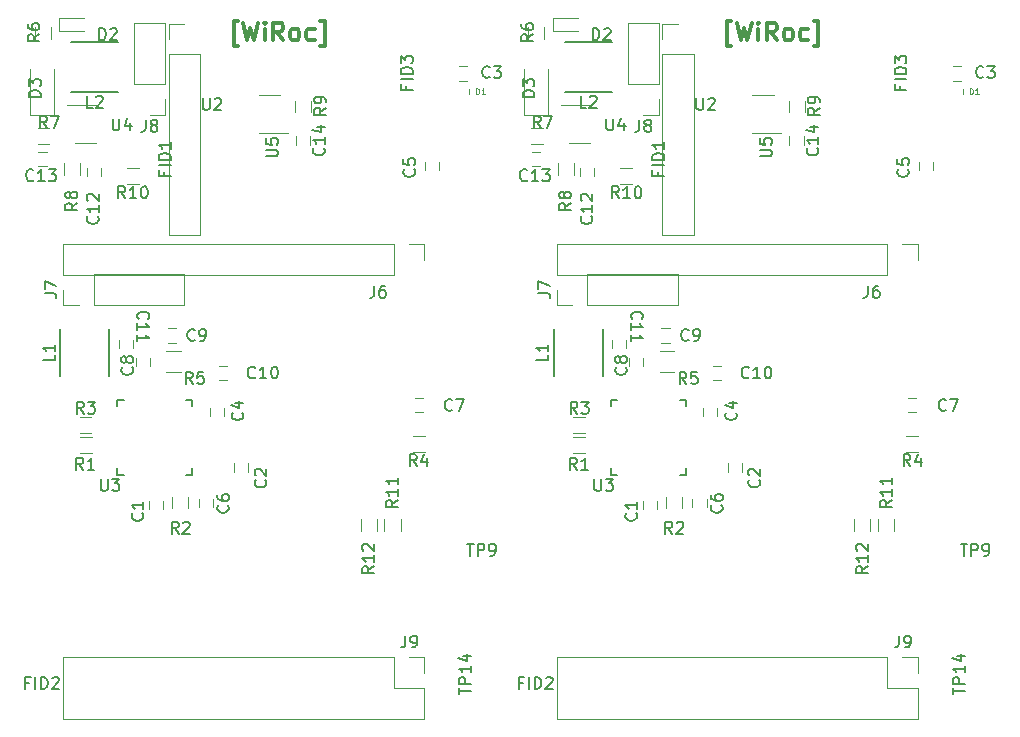
<source format=gto>
G04 #@! TF.GenerationSoftware,KiCad,Pcbnew,5.0.0-fee4fd1~66~ubuntu16.04.1*
G04 #@! TF.CreationDate,2018-09-16T13:21:58+02:00*
G04 #@! TF.ProjectId,WiRoc_NanoPi_v1_Panelized,5769526F635F4E616E6F50695F76315F,rev?*
G04 #@! TF.SameCoordinates,Original*
G04 #@! TF.FileFunction,Legend,Top*
G04 #@! TF.FilePolarity,Positive*
%FSLAX46Y46*%
G04 Gerber Fmt 4.6, Leading zero omitted, Abs format (unit mm)*
G04 Created by KiCad (PCBNEW 5.0.0-fee4fd1~66~ubuntu16.04.1) date Sun Sep 16 13:21:58 2018*
%MOMM*%
%LPD*%
G01*
G04 APERTURE LIST*
%ADD10C,0.300000*%
%ADD11C,0.120000*%
%ADD12C,0.100000*%
%ADD13C,0.150000*%
%ADD14C,0.125000*%
G04 APERTURE END LIST*
D10*
X93275760Y-32412951D02*
X92918617Y-32412951D01*
X92918617Y-30270094D01*
X93275760Y-30270094D01*
X93704331Y-30412951D02*
X94061474Y-31912951D01*
X94347188Y-30841522D01*
X94632902Y-31912951D01*
X94990045Y-30412951D01*
X95561474Y-31912951D02*
X95561474Y-30912951D01*
X95561474Y-30412951D02*
X95490045Y-30484380D01*
X95561474Y-30555808D01*
X95632902Y-30484380D01*
X95561474Y-30412951D01*
X95561474Y-30555808D01*
X97132902Y-31912951D02*
X96632902Y-31198665D01*
X96275760Y-31912951D02*
X96275760Y-30412951D01*
X96847188Y-30412951D01*
X96990045Y-30484380D01*
X97061474Y-30555808D01*
X97132902Y-30698665D01*
X97132902Y-30912951D01*
X97061474Y-31055808D01*
X96990045Y-31127237D01*
X96847188Y-31198665D01*
X96275760Y-31198665D01*
X97990045Y-31912951D02*
X97847188Y-31841522D01*
X97775760Y-31770094D01*
X97704331Y-31627237D01*
X97704331Y-31198665D01*
X97775760Y-31055808D01*
X97847188Y-30984380D01*
X97990045Y-30912951D01*
X98204331Y-30912951D01*
X98347188Y-30984380D01*
X98418617Y-31055808D01*
X98490045Y-31198665D01*
X98490045Y-31627237D01*
X98418617Y-31770094D01*
X98347188Y-31841522D01*
X98204331Y-31912951D01*
X97990045Y-31912951D01*
X99775760Y-31841522D02*
X99632902Y-31912951D01*
X99347188Y-31912951D01*
X99204331Y-31841522D01*
X99132902Y-31770094D01*
X99061474Y-31627237D01*
X99061474Y-31198665D01*
X99132902Y-31055808D01*
X99204331Y-30984380D01*
X99347188Y-30912951D01*
X99632902Y-30912951D01*
X99775760Y-30984380D01*
X100275760Y-32412951D02*
X100632902Y-32412951D01*
X100632902Y-30270094D01*
X100275760Y-30270094D01*
X51475760Y-32412951D02*
X51118617Y-32412951D01*
X51118617Y-30270094D01*
X51475760Y-30270094D01*
X51904331Y-30412951D02*
X52261474Y-31912951D01*
X52547188Y-30841522D01*
X52832902Y-31912951D01*
X53190045Y-30412951D01*
X53761474Y-31912951D02*
X53761474Y-30912951D01*
X53761474Y-30412951D02*
X53690045Y-30484380D01*
X53761474Y-30555808D01*
X53832902Y-30484380D01*
X53761474Y-30412951D01*
X53761474Y-30555808D01*
X55332902Y-31912951D02*
X54832902Y-31198665D01*
X54475760Y-31912951D02*
X54475760Y-30412951D01*
X55047188Y-30412951D01*
X55190045Y-30484380D01*
X55261474Y-30555808D01*
X55332902Y-30698665D01*
X55332902Y-30912951D01*
X55261474Y-31055808D01*
X55190045Y-31127237D01*
X55047188Y-31198665D01*
X54475760Y-31198665D01*
X56190045Y-31912951D02*
X56047188Y-31841522D01*
X55975760Y-31770094D01*
X55904331Y-31627237D01*
X55904331Y-31198665D01*
X55975760Y-31055808D01*
X56047188Y-30984380D01*
X56190045Y-30912951D01*
X56404331Y-30912951D01*
X56547188Y-30984380D01*
X56618617Y-31055808D01*
X56690045Y-31198665D01*
X56690045Y-31627237D01*
X56618617Y-31770094D01*
X56547188Y-31841522D01*
X56404331Y-31912951D01*
X56190045Y-31912951D01*
X57975760Y-31841522D02*
X57832902Y-31912951D01*
X57547188Y-31912951D01*
X57404331Y-31841522D01*
X57332902Y-31770094D01*
X57261474Y-31627237D01*
X57261474Y-31198665D01*
X57332902Y-31055808D01*
X57404331Y-30984380D01*
X57547188Y-30912951D01*
X57832902Y-30912951D01*
X57975760Y-30984380D01*
X58475760Y-32412951D02*
X58832902Y-32412951D01*
X58832902Y-30270094D01*
X58475760Y-30270094D01*
D11*
G04 #@! TO.C,C5*
X110332300Y-42197540D02*
X110332300Y-42897540D01*
X109132300Y-42897540D02*
X109132300Y-42197540D01*
G04 #@! TO.C,J6*
X109076000Y-49138000D02*
X109076000Y-50468000D01*
X107746000Y-49138000D02*
X109076000Y-49138000D01*
X106476000Y-49138000D02*
X106476000Y-51798000D01*
X106476000Y-51798000D02*
X78476000Y-51798000D01*
X106476000Y-49138000D02*
X78476000Y-49138000D01*
X78476000Y-49138000D02*
X78476000Y-51798000D01*
G04 #@! TO.C,C3*
X112714000Y-35315200D02*
X112014000Y-35315200D01*
X112014000Y-34115200D02*
X112714000Y-34115200D01*
G04 #@! TO.C,C8*
X85826380Y-58793900D02*
X85826380Y-59493900D01*
X84626380Y-59493900D02*
X84626380Y-58793900D01*
G04 #@! TO.C,C9*
X88037640Y-57496000D02*
X87337640Y-57496000D01*
X87337640Y-56296000D02*
X88037640Y-56296000D01*
G04 #@! TO.C,R8*
X78574760Y-43294680D02*
X78574760Y-42294680D01*
X79934760Y-42294680D02*
X79934760Y-43294680D01*
G04 #@! TO.C,C11*
X83181120Y-57992760D02*
X83181120Y-57292760D01*
X84381120Y-57292760D02*
X84381120Y-57992760D01*
G04 #@! TO.C,U2*
X87436000Y-30493000D02*
X88766000Y-30493000D01*
X87436000Y-31823000D02*
X87436000Y-30493000D01*
X87436000Y-33093000D02*
X90096000Y-33093000D01*
X90096000Y-33093000D02*
X90096000Y-48393000D01*
X87436000Y-33093000D02*
X87436000Y-48393000D01*
X87436000Y-48393000D02*
X90096000Y-48393000D01*
G04 #@! TO.C,C10*
X92383500Y-60674300D02*
X91683500Y-60674300D01*
X91683500Y-59474300D02*
X92383500Y-59474300D01*
D12*
G04 #@! TO.C,D1*
X112894000Y-36415200D02*
X112894000Y-36015200D01*
D11*
G04 #@! TO.C,J7*
X78476000Y-54338000D02*
X78476000Y-53008000D01*
X79806000Y-54338000D02*
X78476000Y-54338000D01*
X81076000Y-54338000D02*
X81076000Y-51678000D01*
X81076000Y-51678000D02*
X88756000Y-51678000D01*
X81076000Y-54338000D02*
X88756000Y-54338000D01*
X88756000Y-54338000D02*
X88756000Y-51678000D01*
G04 #@! TO.C,R12*
X105045280Y-72443720D02*
X105045280Y-73443720D01*
X103685280Y-73443720D02*
X103685280Y-72443720D01*
G04 #@! TO.C,C1*
X86969300Y-70875600D02*
X86969300Y-71575600D01*
X85769300Y-71575600D02*
X85769300Y-70875600D01*
G04 #@! TO.C,R4*
X109091840Y-66735240D02*
X108091840Y-66735240D01*
X108091840Y-65375240D02*
X109091840Y-65375240D01*
G04 #@! TO.C,C2*
X94144800Y-67724600D02*
X94144800Y-68424600D01*
X92944800Y-68424600D02*
X92944800Y-67724600D01*
D13*
G04 #@! TO.C,L2*
X83164660Y-32058680D02*
X79164660Y-32058680D01*
X83164660Y-36258680D02*
X79164660Y-36258680D01*
D11*
G04 #@! TO.C,C13*
X76396360Y-41343780D02*
X77096360Y-41343780D01*
X77096360Y-42543780D02*
X76396360Y-42543780D01*
G04 #@! TO.C,R3*
X79888300Y-63838100D02*
X80888300Y-63838100D01*
X80888300Y-65198100D02*
X79888300Y-65198100D01*
G04 #@! TO.C,D3*
X75714760Y-38262880D02*
X75714760Y-34362880D01*
X77714760Y-38262880D02*
X77714760Y-34362880D01*
X75714760Y-38262880D02*
X77714760Y-38262880D01*
G04 #@! TO.C,R6*
X77445640Y-30800420D02*
X77445640Y-31800420D01*
X76085640Y-31800420D02*
X76085640Y-30800420D01*
G04 #@! TO.C,J9*
X109076000Y-84148000D02*
X109076000Y-85478000D01*
X107746000Y-84148000D02*
X109076000Y-84148000D01*
X109076000Y-86748000D02*
X109076000Y-89348000D01*
X106476000Y-86748000D02*
X109076000Y-86748000D01*
X106476000Y-84148000D02*
X106476000Y-86748000D01*
X109076000Y-89348000D02*
X78476000Y-89348000D01*
X106476000Y-84148000D02*
X78476000Y-84148000D01*
X78476000Y-84148000D02*
X78476000Y-89348000D01*
G04 #@! TO.C,C6*
X91168000Y-70758000D02*
X91168000Y-71458000D01*
X89968000Y-71458000D02*
X89968000Y-70758000D01*
G04 #@! TO.C,C7*
X108941840Y-63386260D02*
X108241840Y-63386260D01*
X108241840Y-62186260D02*
X108941840Y-62186260D01*
G04 #@! TO.C,R9*
X98135300Y-38019100D02*
X98135300Y-37019100D01*
X99495300Y-37019100D02*
X99495300Y-38019100D01*
D13*
G04 #@! TO.C,U3*
X89426800Y-62356600D02*
X88876800Y-62356600D01*
X89426800Y-68706600D02*
X88876800Y-68706600D01*
X83076800Y-68706600D02*
X83626800Y-68706600D01*
X83076800Y-62356600D02*
X83626800Y-62356600D01*
X83076800Y-68706600D02*
X83076800Y-68156600D01*
X89426800Y-68706600D02*
X89426800Y-68156600D01*
X89426800Y-62356600D02*
X89426800Y-62906600D01*
X83076800Y-62356600D02*
X83076800Y-62906600D01*
D11*
G04 #@! TO.C,J8*
X87137960Y-30453780D02*
X84477960Y-30453780D01*
X87137960Y-35593780D02*
X87137960Y-30453780D01*
X84477960Y-35593780D02*
X84477960Y-30453780D01*
X87137960Y-35593780D02*
X84477960Y-35593780D01*
X87137960Y-36863780D02*
X87137960Y-38193780D01*
X87137960Y-38193780D02*
X85807960Y-38193780D01*
G04 #@! TO.C,R5*
X87242580Y-58202940D02*
X88442580Y-58202940D01*
X88442580Y-59962940D02*
X87242580Y-59962940D01*
G04 #@! TO.C,D2*
X78178360Y-29998900D02*
X80278360Y-29998900D01*
X78178360Y-31138900D02*
X80278360Y-31138900D01*
X78178360Y-29998900D02*
X78178360Y-31138900D01*
G04 #@! TO.C,R10*
X84878020Y-44045420D02*
X83878020Y-44045420D01*
X83878020Y-42685420D02*
X84878020Y-42685420D01*
G04 #@! TO.C,C14*
X98177200Y-40739300D02*
X98177200Y-40039300D01*
X99377200Y-40039300D02*
X99377200Y-40739300D01*
G04 #@! TO.C,R2*
X87721300Y-71547100D02*
X87721300Y-70547100D01*
X89081300Y-70547100D02*
X89081300Y-71547100D01*
D13*
G04 #@! TO.C,L1*
X78211400Y-60372500D02*
X78211400Y-56372500D01*
X82411400Y-60372500D02*
X82411400Y-56372500D01*
D11*
G04 #@! TO.C,C4*
X90887400Y-63726300D02*
X90887400Y-63026300D01*
X92087400Y-63026300D02*
X92087400Y-63726300D01*
G04 #@! TO.C,R11*
X105696960Y-73456420D02*
X105696960Y-72456420D01*
X107056960Y-72456420D02*
X107056960Y-73456420D01*
G04 #@! TO.C,R1*
X79900300Y-65477600D02*
X80900300Y-65477600D01*
X80900300Y-66837600D02*
X79900300Y-66837600D01*
G04 #@! TO.C,R7*
X77322560Y-40693380D02*
X76322560Y-40693380D01*
X76322560Y-39333380D02*
X77322560Y-39333380D01*
G04 #@! TO.C,C12*
X81670860Y-42711380D02*
X81670860Y-43411380D01*
X80470860Y-43411380D02*
X80470860Y-42711380D01*
G04 #@! TO.C,U5*
X95040200Y-39723500D02*
X97490200Y-39723500D01*
X96840200Y-36503500D02*
X95040200Y-36503500D01*
G04 #@! TO.C,U4*
X81279146Y-37409314D02*
X78829146Y-37409314D01*
X79479146Y-40629314D02*
X81279146Y-40629314D01*
G04 #@! TO.C,J8*
X45337960Y-38193780D02*
X44007960Y-38193780D01*
X45337960Y-36863780D02*
X45337960Y-38193780D01*
X45337960Y-35593780D02*
X42677960Y-35593780D01*
X42677960Y-35593780D02*
X42677960Y-30453780D01*
X45337960Y-35593780D02*
X45337960Y-30453780D01*
X45337960Y-30453780D02*
X42677960Y-30453780D01*
G04 #@! TO.C,U2*
X45636000Y-48393000D02*
X48296000Y-48393000D01*
X45636000Y-33093000D02*
X45636000Y-48393000D01*
X48296000Y-33093000D02*
X48296000Y-48393000D01*
X45636000Y-33093000D02*
X48296000Y-33093000D01*
X45636000Y-31823000D02*
X45636000Y-30493000D01*
X45636000Y-30493000D02*
X46966000Y-30493000D01*
G04 #@! TO.C,C12*
X38670860Y-43411380D02*
X38670860Y-42711380D01*
X39870860Y-42711380D02*
X39870860Y-43411380D01*
G04 #@! TO.C,C1*
X43969300Y-71575600D02*
X43969300Y-70875600D01*
X45169300Y-70875600D02*
X45169300Y-71575600D01*
G04 #@! TO.C,C2*
X51144800Y-68424600D02*
X51144800Y-67724600D01*
X52344800Y-67724600D02*
X52344800Y-68424600D01*
G04 #@! TO.C,C3*
X70214000Y-34115200D02*
X70914000Y-34115200D01*
X70914000Y-35315200D02*
X70214000Y-35315200D01*
G04 #@! TO.C,C4*
X50287400Y-63026300D02*
X50287400Y-63726300D01*
X49087400Y-63726300D02*
X49087400Y-63026300D01*
G04 #@! TO.C,C5*
X67332300Y-42897540D02*
X67332300Y-42197540D01*
X68532300Y-42197540D02*
X68532300Y-42897540D01*
G04 #@! TO.C,C6*
X48168000Y-71458000D02*
X48168000Y-70758000D01*
X49368000Y-70758000D02*
X49368000Y-71458000D01*
G04 #@! TO.C,C7*
X66441840Y-62186260D02*
X67141840Y-62186260D01*
X67141840Y-63386260D02*
X66441840Y-63386260D01*
G04 #@! TO.C,C8*
X42826380Y-59493900D02*
X42826380Y-58793900D01*
X44026380Y-58793900D02*
X44026380Y-59493900D01*
G04 #@! TO.C,C9*
X45537640Y-56296000D02*
X46237640Y-56296000D01*
X46237640Y-57496000D02*
X45537640Y-57496000D01*
G04 #@! TO.C,C10*
X49883500Y-59474300D02*
X50583500Y-59474300D01*
X50583500Y-60674300D02*
X49883500Y-60674300D01*
G04 #@! TO.C,C11*
X42581120Y-57292760D02*
X42581120Y-57992760D01*
X41381120Y-57992760D02*
X41381120Y-57292760D01*
G04 #@! TO.C,C13*
X35296360Y-42543780D02*
X34596360Y-42543780D01*
X34596360Y-41343780D02*
X35296360Y-41343780D01*
G04 #@! TO.C,C14*
X57577200Y-40039300D02*
X57577200Y-40739300D01*
X56377200Y-40739300D02*
X56377200Y-40039300D01*
D12*
G04 #@! TO.C,D1*
X71094000Y-36415200D02*
X71094000Y-36015200D01*
D11*
G04 #@! TO.C,D2*
X36378360Y-29998900D02*
X36378360Y-31138900D01*
X36378360Y-31138900D02*
X38478360Y-31138900D01*
X36378360Y-29998900D02*
X38478360Y-29998900D01*
G04 #@! TO.C,D3*
X33914760Y-38262880D02*
X35914760Y-38262880D01*
X35914760Y-38262880D02*
X35914760Y-34362880D01*
X33914760Y-38262880D02*
X33914760Y-34362880D01*
G04 #@! TO.C,R1*
X39100300Y-66837600D02*
X38100300Y-66837600D01*
X38100300Y-65477600D02*
X39100300Y-65477600D01*
G04 #@! TO.C,R2*
X47281300Y-70547100D02*
X47281300Y-71547100D01*
X45921300Y-71547100D02*
X45921300Y-70547100D01*
G04 #@! TO.C,R3*
X39088300Y-65198100D02*
X38088300Y-65198100D01*
X38088300Y-63838100D02*
X39088300Y-63838100D01*
G04 #@! TO.C,R4*
X66291840Y-65375240D02*
X67291840Y-65375240D01*
X67291840Y-66735240D02*
X66291840Y-66735240D01*
G04 #@! TO.C,R5*
X46642580Y-59962940D02*
X45442580Y-59962940D01*
X45442580Y-58202940D02*
X46642580Y-58202940D01*
G04 #@! TO.C,R6*
X34285640Y-31800420D02*
X34285640Y-30800420D01*
X35645640Y-30800420D02*
X35645640Y-31800420D01*
G04 #@! TO.C,R7*
X34522560Y-39333380D02*
X35522560Y-39333380D01*
X35522560Y-40693380D02*
X34522560Y-40693380D01*
G04 #@! TO.C,R8*
X38134760Y-42294680D02*
X38134760Y-43294680D01*
X36774760Y-43294680D02*
X36774760Y-42294680D01*
G04 #@! TO.C,R9*
X57695300Y-37019100D02*
X57695300Y-38019100D01*
X56335300Y-38019100D02*
X56335300Y-37019100D01*
G04 #@! TO.C,U4*
X37679146Y-40629314D02*
X39479146Y-40629314D01*
X39479146Y-37409314D02*
X37029146Y-37409314D01*
G04 #@! TO.C,U5*
X55040200Y-36503500D02*
X53240200Y-36503500D01*
X53240200Y-39723500D02*
X55690200Y-39723500D01*
G04 #@! TO.C,R10*
X42078020Y-42685420D02*
X43078020Y-42685420D01*
X43078020Y-44045420D02*
X42078020Y-44045420D01*
G04 #@! TO.C,R11*
X65256960Y-72456420D02*
X65256960Y-73456420D01*
X63896960Y-73456420D02*
X63896960Y-72456420D01*
G04 #@! TO.C,R12*
X61885280Y-73443720D02*
X61885280Y-72443720D01*
X63245280Y-72443720D02*
X63245280Y-73443720D01*
G04 #@! TO.C,J6*
X36676000Y-49138000D02*
X36676000Y-51798000D01*
X64676000Y-49138000D02*
X36676000Y-49138000D01*
X64676000Y-51798000D02*
X36676000Y-51798000D01*
X64676000Y-49138000D02*
X64676000Y-51798000D01*
X65946000Y-49138000D02*
X67276000Y-49138000D01*
X67276000Y-49138000D02*
X67276000Y-50468000D01*
G04 #@! TO.C,J7*
X46956000Y-54338000D02*
X46956000Y-51678000D01*
X39276000Y-54338000D02*
X46956000Y-54338000D01*
X39276000Y-51678000D02*
X46956000Y-51678000D01*
X39276000Y-54338000D02*
X39276000Y-51678000D01*
X38006000Y-54338000D02*
X36676000Y-54338000D01*
X36676000Y-54338000D02*
X36676000Y-53008000D01*
G04 #@! TO.C,J9*
X36676000Y-84148000D02*
X36676000Y-89348000D01*
X64676000Y-84148000D02*
X36676000Y-84148000D01*
X67276000Y-89348000D02*
X36676000Y-89348000D01*
X64676000Y-84148000D02*
X64676000Y-86748000D01*
X64676000Y-86748000D02*
X67276000Y-86748000D01*
X67276000Y-86748000D02*
X67276000Y-89348000D01*
X65946000Y-84148000D02*
X67276000Y-84148000D01*
X67276000Y-84148000D02*
X67276000Y-85478000D01*
D13*
G04 #@! TO.C,L1*
X40611400Y-60372500D02*
X40611400Y-56372500D01*
X36411400Y-60372500D02*
X36411400Y-56372500D01*
G04 #@! TO.C,L2*
X41364660Y-36258680D02*
X37364660Y-36258680D01*
X41364660Y-32058680D02*
X37364660Y-32058680D01*
G04 #@! TO.C,U3*
X41276800Y-62356600D02*
X41276800Y-62906600D01*
X47626800Y-62356600D02*
X47626800Y-62906600D01*
X47626800Y-68706600D02*
X47626800Y-68156600D01*
X41276800Y-68706600D02*
X41276800Y-68156600D01*
X41276800Y-62356600D02*
X41826800Y-62356600D01*
X41276800Y-68706600D02*
X41826800Y-68706600D01*
X47626800Y-68706600D02*
X47076800Y-68706600D01*
X47626800Y-62356600D02*
X47076800Y-62356600D01*
G04 #@! TO.C,FID3*
X107556331Y-35749288D02*
X107556331Y-36082621D01*
X108080140Y-36082621D02*
X107080140Y-36082621D01*
X107080140Y-35606431D01*
X108080140Y-35225479D02*
X107080140Y-35225479D01*
X108080140Y-34749288D02*
X107080140Y-34749288D01*
X107080140Y-34511193D01*
X107127760Y-34368336D01*
X107222998Y-34273098D01*
X107318236Y-34225479D01*
X107508712Y-34177860D01*
X107651569Y-34177860D01*
X107842045Y-34225479D01*
X107937283Y-34273098D01*
X108032521Y-34368336D01*
X108080140Y-34511193D01*
X108080140Y-34749288D01*
X107080140Y-33844526D02*
X107080140Y-33225479D01*
X107461093Y-33558812D01*
X107461093Y-33415955D01*
X107508712Y-33320717D01*
X107556331Y-33273098D01*
X107651569Y-33225479D01*
X107889664Y-33225479D01*
X107984902Y-33273098D01*
X108032521Y-33320717D01*
X108080140Y-33415955D01*
X108080140Y-33701669D01*
X108032521Y-33796907D01*
X107984902Y-33844526D01*
G04 #@! TO.C,C5*
X108197142Y-42838666D02*
X108244761Y-42886285D01*
X108292380Y-43029142D01*
X108292380Y-43124380D01*
X108244761Y-43267238D01*
X108149523Y-43362476D01*
X108054285Y-43410095D01*
X107863809Y-43457714D01*
X107720952Y-43457714D01*
X107530476Y-43410095D01*
X107435238Y-43362476D01*
X107340000Y-43267238D01*
X107292380Y-43124380D01*
X107292380Y-43029142D01*
X107340000Y-42886285D01*
X107387619Y-42838666D01*
X107292380Y-41933904D02*
X107292380Y-42410095D01*
X107768571Y-42457714D01*
X107720952Y-42410095D01*
X107673333Y-42314857D01*
X107673333Y-42076761D01*
X107720952Y-41981523D01*
X107768571Y-41933904D01*
X107863809Y-41886285D01*
X108101904Y-41886285D01*
X108197142Y-41933904D01*
X108244761Y-41981523D01*
X108292380Y-42076761D01*
X108292380Y-42314857D01*
X108244761Y-42410095D01*
X108197142Y-42457714D01*
G04 #@! TO.C,J6*
X104819346Y-52695860D02*
X104819346Y-53410146D01*
X104771727Y-53553003D01*
X104676489Y-53648241D01*
X104533632Y-53695860D01*
X104438394Y-53695860D01*
X105724108Y-52695860D02*
X105533632Y-52695860D01*
X105438394Y-52743480D01*
X105390775Y-52791099D01*
X105295537Y-52933956D01*
X105247918Y-53124432D01*
X105247918Y-53505384D01*
X105295537Y-53600622D01*
X105343156Y-53648241D01*
X105438394Y-53695860D01*
X105628870Y-53695860D01*
X105724108Y-53648241D01*
X105771727Y-53600622D01*
X105819346Y-53505384D01*
X105819346Y-53267289D01*
X105771727Y-53172051D01*
X105724108Y-53124432D01*
X105628870Y-53076813D01*
X105438394Y-53076813D01*
X105343156Y-53124432D01*
X105295537Y-53172051D01*
X105247918Y-53267289D01*
G04 #@! TO.C,C3*
X114599833Y-34993342D02*
X114552214Y-35040961D01*
X114409357Y-35088580D01*
X114314119Y-35088580D01*
X114171261Y-35040961D01*
X114076023Y-34945723D01*
X114028404Y-34850485D01*
X113980785Y-34660009D01*
X113980785Y-34517152D01*
X114028404Y-34326676D01*
X114076023Y-34231438D01*
X114171261Y-34136200D01*
X114314119Y-34088580D01*
X114409357Y-34088580D01*
X114552214Y-34136200D01*
X114599833Y-34183819D01*
X114933166Y-34088580D02*
X115552214Y-34088580D01*
X115218880Y-34469533D01*
X115361738Y-34469533D01*
X115456976Y-34517152D01*
X115504595Y-34564771D01*
X115552214Y-34660009D01*
X115552214Y-34898104D01*
X115504595Y-34993342D01*
X115456976Y-35040961D01*
X115361738Y-35088580D01*
X115076023Y-35088580D01*
X114980785Y-35040961D01*
X114933166Y-34993342D01*
G04 #@! TO.C,C8*
X84321142Y-59602666D02*
X84368761Y-59650285D01*
X84416380Y-59793142D01*
X84416380Y-59888380D01*
X84368761Y-60031238D01*
X84273523Y-60126476D01*
X84178285Y-60174095D01*
X83987809Y-60221714D01*
X83844952Y-60221714D01*
X83654476Y-60174095D01*
X83559238Y-60126476D01*
X83464000Y-60031238D01*
X83416380Y-59888380D01*
X83416380Y-59793142D01*
X83464000Y-59650285D01*
X83511619Y-59602666D01*
X83844952Y-59031238D02*
X83797333Y-59126476D01*
X83749714Y-59174095D01*
X83654476Y-59221714D01*
X83606857Y-59221714D01*
X83511619Y-59174095D01*
X83464000Y-59126476D01*
X83416380Y-59031238D01*
X83416380Y-58840761D01*
X83464000Y-58745523D01*
X83511619Y-58697904D01*
X83606857Y-58650285D01*
X83654476Y-58650285D01*
X83749714Y-58697904D01*
X83797333Y-58745523D01*
X83844952Y-58840761D01*
X83844952Y-59031238D01*
X83892571Y-59126476D01*
X83940190Y-59174095D01*
X84035428Y-59221714D01*
X84225904Y-59221714D01*
X84321142Y-59174095D01*
X84368761Y-59126476D01*
X84416380Y-59031238D01*
X84416380Y-58840761D01*
X84368761Y-58745523D01*
X84321142Y-58697904D01*
X84225904Y-58650285D01*
X84035428Y-58650285D01*
X83940190Y-58697904D01*
X83892571Y-58745523D01*
X83844952Y-58840761D01*
G04 #@! TO.C,TP14*
X112009160Y-87287835D02*
X112009160Y-86716406D01*
X113009160Y-87002120D02*
X112009160Y-87002120D01*
X113009160Y-86383073D02*
X112009160Y-86383073D01*
X112009160Y-86002120D01*
X112056780Y-85906882D01*
X112104399Y-85859263D01*
X112199637Y-85811644D01*
X112342494Y-85811644D01*
X112437732Y-85859263D01*
X112485351Y-85906882D01*
X112532970Y-86002120D01*
X112532970Y-86383073D01*
X113009160Y-84859263D02*
X113009160Y-85430692D01*
X113009160Y-85144978D02*
X112009160Y-85144978D01*
X112152018Y-85240216D01*
X112247256Y-85335454D01*
X112294875Y-85430692D01*
X112342494Y-84002120D02*
X113009160Y-84002120D01*
X111961541Y-84240216D02*
X112675827Y-84478311D01*
X112675827Y-83859263D01*
G04 #@! TO.C,C9*
X89639333Y-57253142D02*
X89591714Y-57300761D01*
X89448857Y-57348380D01*
X89353619Y-57348380D01*
X89210761Y-57300761D01*
X89115523Y-57205523D01*
X89067904Y-57110285D01*
X89020285Y-56919809D01*
X89020285Y-56776952D01*
X89067904Y-56586476D01*
X89115523Y-56491238D01*
X89210761Y-56396000D01*
X89353619Y-56348380D01*
X89448857Y-56348380D01*
X89591714Y-56396000D01*
X89639333Y-56443619D01*
X90115523Y-57348380D02*
X90306000Y-57348380D01*
X90401238Y-57300761D01*
X90448857Y-57253142D01*
X90544095Y-57110285D01*
X90591714Y-56919809D01*
X90591714Y-56538857D01*
X90544095Y-56443619D01*
X90496476Y-56396000D01*
X90401238Y-56348380D01*
X90210761Y-56348380D01*
X90115523Y-56396000D01*
X90067904Y-56443619D01*
X90020285Y-56538857D01*
X90020285Y-56776952D01*
X90067904Y-56872190D01*
X90115523Y-56919809D01*
X90210761Y-56967428D01*
X90401238Y-56967428D01*
X90496476Y-56919809D01*
X90544095Y-56872190D01*
X90591714Y-56776952D01*
G04 #@! TO.C,R8*
X79681740Y-45679146D02*
X79205550Y-46012480D01*
X79681740Y-46250575D02*
X78681740Y-46250575D01*
X78681740Y-45869622D01*
X78729360Y-45774384D01*
X78776979Y-45726765D01*
X78872217Y-45679146D01*
X79015074Y-45679146D01*
X79110312Y-45726765D01*
X79157931Y-45774384D01*
X79205550Y-45869622D01*
X79205550Y-46250575D01*
X79110312Y-45107718D02*
X79062693Y-45202956D01*
X79015074Y-45250575D01*
X78919836Y-45298194D01*
X78872217Y-45298194D01*
X78776979Y-45250575D01*
X78729360Y-45202956D01*
X78681740Y-45107718D01*
X78681740Y-44917241D01*
X78729360Y-44822003D01*
X78776979Y-44774384D01*
X78872217Y-44726765D01*
X78919836Y-44726765D01*
X79015074Y-44774384D01*
X79062693Y-44822003D01*
X79110312Y-44917241D01*
X79110312Y-45107718D01*
X79157931Y-45202956D01*
X79205550Y-45250575D01*
X79300788Y-45298194D01*
X79491264Y-45298194D01*
X79586502Y-45250575D01*
X79634121Y-45202956D01*
X79681740Y-45107718D01*
X79681740Y-44917241D01*
X79634121Y-44822003D01*
X79586502Y-44774384D01*
X79491264Y-44726765D01*
X79300788Y-44726765D01*
X79205550Y-44774384D01*
X79157931Y-44822003D01*
X79110312Y-44917241D01*
G04 #@! TO.C,C11*
X84876857Y-55491142D02*
X84829238Y-55443523D01*
X84781619Y-55300666D01*
X84781619Y-55205428D01*
X84829238Y-55062571D01*
X84924476Y-54967333D01*
X85019714Y-54919714D01*
X85210190Y-54872095D01*
X85353047Y-54872095D01*
X85543523Y-54919714D01*
X85638761Y-54967333D01*
X85734000Y-55062571D01*
X85781619Y-55205428D01*
X85781619Y-55300666D01*
X85734000Y-55443523D01*
X85686380Y-55491142D01*
X84781619Y-56443523D02*
X84781619Y-55872095D01*
X84781619Y-56157809D02*
X85781619Y-56157809D01*
X85638761Y-56062571D01*
X85543523Y-55967333D01*
X85495904Y-55872095D01*
X84781619Y-57395904D02*
X84781619Y-56824476D01*
X84781619Y-57110190D02*
X85781619Y-57110190D01*
X85638761Y-57014952D01*
X85543523Y-56919714D01*
X85495904Y-56824476D01*
G04 #@! TO.C,U2*
X90314095Y-36790380D02*
X90314095Y-37599904D01*
X90361714Y-37695142D01*
X90409333Y-37742761D01*
X90504571Y-37790380D01*
X90695047Y-37790380D01*
X90790285Y-37742761D01*
X90837904Y-37695142D01*
X90885523Y-37599904D01*
X90885523Y-36790380D01*
X91314095Y-36885619D02*
X91361714Y-36838000D01*
X91456952Y-36790380D01*
X91695047Y-36790380D01*
X91790285Y-36838000D01*
X91837904Y-36885619D01*
X91885523Y-36980857D01*
X91885523Y-37076095D01*
X91837904Y-37218952D01*
X91266476Y-37790380D01*
X91885523Y-37790380D01*
G04 #@! TO.C,C10*
X94756142Y-60431442D02*
X94708523Y-60479061D01*
X94565666Y-60526680D01*
X94470428Y-60526680D01*
X94327571Y-60479061D01*
X94232333Y-60383823D01*
X94184714Y-60288585D01*
X94137095Y-60098109D01*
X94137095Y-59955252D01*
X94184714Y-59764776D01*
X94232333Y-59669538D01*
X94327571Y-59574300D01*
X94470428Y-59526680D01*
X94565666Y-59526680D01*
X94708523Y-59574300D01*
X94756142Y-59621919D01*
X95708523Y-60526680D02*
X95137095Y-60526680D01*
X95422809Y-60526680D02*
X95422809Y-59526680D01*
X95327571Y-59669538D01*
X95232333Y-59764776D01*
X95137095Y-59812395D01*
X96327571Y-59526680D02*
X96422809Y-59526680D01*
X96518047Y-59574300D01*
X96565666Y-59621919D01*
X96613285Y-59717157D01*
X96660904Y-59907633D01*
X96660904Y-60145728D01*
X96613285Y-60336204D01*
X96565666Y-60431442D01*
X96518047Y-60479061D01*
X96422809Y-60526680D01*
X96327571Y-60526680D01*
X96232333Y-60479061D01*
X96184714Y-60431442D01*
X96137095Y-60336204D01*
X96089476Y-60145728D01*
X96089476Y-59907633D01*
X96137095Y-59717157D01*
X96184714Y-59621919D01*
X96232333Y-59574300D01*
X96327571Y-59526680D01*
G04 #@! TO.C,D1*
D14*
X113444952Y-36466390D02*
X113444952Y-35966390D01*
X113564000Y-35966390D01*
X113635428Y-35990200D01*
X113683047Y-36037819D01*
X113706857Y-36085438D01*
X113730666Y-36180676D01*
X113730666Y-36252104D01*
X113706857Y-36347342D01*
X113683047Y-36394961D01*
X113635428Y-36442580D01*
X113564000Y-36466390D01*
X113444952Y-36466390D01*
X114206857Y-36466390D02*
X113921142Y-36466390D01*
X114064000Y-36466390D02*
X114064000Y-35966390D01*
X114016380Y-36037819D01*
X113968761Y-36085438D01*
X113921142Y-36109247D01*
G04 #@! TO.C,J7*
D13*
X76928380Y-53341333D02*
X77642666Y-53341333D01*
X77785523Y-53388952D01*
X77880761Y-53484190D01*
X77928380Y-53627047D01*
X77928380Y-53722285D01*
X76928380Y-52960380D02*
X76928380Y-52293714D01*
X77928380Y-52722285D01*
G04 #@! TO.C,R12*
X104817660Y-76438997D02*
X104341470Y-76772330D01*
X104817660Y-77010425D02*
X103817660Y-77010425D01*
X103817660Y-76629473D01*
X103865280Y-76534235D01*
X103912899Y-76486616D01*
X104008137Y-76438997D01*
X104150994Y-76438997D01*
X104246232Y-76486616D01*
X104293851Y-76534235D01*
X104341470Y-76629473D01*
X104341470Y-77010425D01*
X104817660Y-75486616D02*
X104817660Y-76058044D01*
X104817660Y-75772330D02*
X103817660Y-75772330D01*
X103960518Y-75867568D01*
X104055756Y-75962806D01*
X104103375Y-76058044D01*
X103912899Y-75105663D02*
X103865280Y-75058044D01*
X103817660Y-74962806D01*
X103817660Y-74724711D01*
X103865280Y-74629473D01*
X103912899Y-74581854D01*
X104008137Y-74534235D01*
X104103375Y-74534235D01*
X104246232Y-74581854D01*
X104817660Y-75153282D01*
X104817660Y-74534235D01*
G04 #@! TO.C,C1*
X85197442Y-71952146D02*
X85245061Y-71999765D01*
X85292680Y-72142622D01*
X85292680Y-72237860D01*
X85245061Y-72380718D01*
X85149823Y-72475956D01*
X85054585Y-72523575D01*
X84864109Y-72571194D01*
X84721252Y-72571194D01*
X84530776Y-72523575D01*
X84435538Y-72475956D01*
X84340300Y-72380718D01*
X84292680Y-72237860D01*
X84292680Y-72142622D01*
X84340300Y-71999765D01*
X84387919Y-71952146D01*
X85292680Y-70999765D02*
X85292680Y-71571194D01*
X85292680Y-71285480D02*
X84292680Y-71285480D01*
X84435538Y-71380718D01*
X84530776Y-71475956D01*
X84578395Y-71571194D01*
G04 #@! TO.C,R4*
X108425173Y-67957620D02*
X108091840Y-67481430D01*
X107853744Y-67957620D02*
X107853744Y-66957620D01*
X108234697Y-66957620D01*
X108329935Y-67005240D01*
X108377554Y-67052859D01*
X108425173Y-67148097D01*
X108425173Y-67290954D01*
X108377554Y-67386192D01*
X108329935Y-67433811D01*
X108234697Y-67481430D01*
X107853744Y-67481430D01*
X109282316Y-67290954D02*
X109282316Y-67957620D01*
X109044220Y-66910001D02*
X108806125Y-67624287D01*
X109425173Y-67624287D01*
G04 #@! TO.C,C2*
X95603822Y-69114966D02*
X95651441Y-69162585D01*
X95699060Y-69305442D01*
X95699060Y-69400680D01*
X95651441Y-69543538D01*
X95556203Y-69638776D01*
X95460965Y-69686395D01*
X95270489Y-69734014D01*
X95127632Y-69734014D01*
X94937156Y-69686395D01*
X94841918Y-69638776D01*
X94746680Y-69543538D01*
X94699060Y-69400680D01*
X94699060Y-69305442D01*
X94746680Y-69162585D01*
X94794299Y-69114966D01*
X94794299Y-68734014D02*
X94746680Y-68686395D01*
X94699060Y-68591157D01*
X94699060Y-68353061D01*
X94746680Y-68257823D01*
X94794299Y-68210204D01*
X94889537Y-68162585D01*
X94984775Y-68162585D01*
X95127632Y-68210204D01*
X95699060Y-68781633D01*
X95699060Y-68162585D01*
G04 #@! TO.C,L2*
X80997993Y-37611060D02*
X80521802Y-37611060D01*
X80521802Y-36611060D01*
X81283707Y-36706299D02*
X81331326Y-36658680D01*
X81426564Y-36611060D01*
X81664660Y-36611060D01*
X81759898Y-36658680D01*
X81807517Y-36706299D01*
X81855136Y-36801537D01*
X81855136Y-36896775D01*
X81807517Y-37039632D01*
X81236088Y-37611060D01*
X81855136Y-37611060D01*
G04 #@! TO.C,C13*
X75976502Y-43736022D02*
X75928883Y-43783641D01*
X75786026Y-43831260D01*
X75690788Y-43831260D01*
X75547931Y-43783641D01*
X75452693Y-43688403D01*
X75405074Y-43593165D01*
X75357455Y-43402689D01*
X75357455Y-43259832D01*
X75405074Y-43069356D01*
X75452693Y-42974118D01*
X75547931Y-42878880D01*
X75690788Y-42831260D01*
X75786026Y-42831260D01*
X75928883Y-42878880D01*
X75976502Y-42926499D01*
X76928883Y-43831260D02*
X76357455Y-43831260D01*
X76643169Y-43831260D02*
X76643169Y-42831260D01*
X76547931Y-42974118D01*
X76452693Y-43069356D01*
X76357455Y-43116975D01*
X77262217Y-42831260D02*
X77881264Y-42831260D01*
X77547931Y-43212213D01*
X77690788Y-43212213D01*
X77786026Y-43259832D01*
X77833645Y-43307451D01*
X77881264Y-43402689D01*
X77881264Y-43640784D01*
X77833645Y-43736022D01*
X77786026Y-43783641D01*
X77690788Y-43831260D01*
X77405074Y-43831260D01*
X77309836Y-43783641D01*
X77262217Y-43736022D01*
G04 #@! TO.C,R3*
X80221633Y-63520480D02*
X79888300Y-63044290D01*
X79650204Y-63520480D02*
X79650204Y-62520480D01*
X80031157Y-62520480D01*
X80126395Y-62568100D01*
X80174014Y-62615719D01*
X80221633Y-62710957D01*
X80221633Y-62853814D01*
X80174014Y-62949052D01*
X80126395Y-62996671D01*
X80031157Y-63044290D01*
X79650204Y-63044290D01*
X80554966Y-62520480D02*
X81174014Y-62520480D01*
X80840680Y-62901433D01*
X80983538Y-62901433D01*
X81078776Y-62949052D01*
X81126395Y-62996671D01*
X81174014Y-63091909D01*
X81174014Y-63330004D01*
X81126395Y-63425242D01*
X81078776Y-63472861D01*
X80983538Y-63520480D01*
X80697823Y-63520480D01*
X80602585Y-63472861D01*
X80554966Y-63425242D01*
G04 #@! TO.C,D3*
X76588100Y-36717195D02*
X75588100Y-36717195D01*
X75588100Y-36479100D01*
X75635720Y-36336242D01*
X75730958Y-36241004D01*
X75826196Y-36193385D01*
X76016672Y-36145766D01*
X76159529Y-36145766D01*
X76350005Y-36193385D01*
X76445243Y-36241004D01*
X76540481Y-36336242D01*
X76588100Y-36479100D01*
X76588100Y-36717195D01*
X75588100Y-35812433D02*
X75588100Y-35193385D01*
X75969053Y-35526719D01*
X75969053Y-35383861D01*
X76016672Y-35288623D01*
X76064291Y-35241004D01*
X76159529Y-35193385D01*
X76397624Y-35193385D01*
X76492862Y-35241004D01*
X76540481Y-35288623D01*
X76588100Y-35383861D01*
X76588100Y-35669576D01*
X76540481Y-35764814D01*
X76492862Y-35812433D01*
G04 #@! TO.C,R6*
X76478880Y-31406126D02*
X76002690Y-31739460D01*
X76478880Y-31977555D02*
X75478880Y-31977555D01*
X75478880Y-31596602D01*
X75526500Y-31501364D01*
X75574119Y-31453745D01*
X75669357Y-31406126D01*
X75812214Y-31406126D01*
X75907452Y-31453745D01*
X75955071Y-31501364D01*
X76002690Y-31596602D01*
X76002690Y-31977555D01*
X75478880Y-30548983D02*
X75478880Y-30739460D01*
X75526500Y-30834698D01*
X75574119Y-30882317D01*
X75716976Y-30977555D01*
X75907452Y-31025174D01*
X76288404Y-31025174D01*
X76383642Y-30977555D01*
X76431261Y-30929936D01*
X76478880Y-30834698D01*
X76478880Y-30644221D01*
X76431261Y-30548983D01*
X76383642Y-30501364D01*
X76288404Y-30453745D01*
X76050309Y-30453745D01*
X75955071Y-30501364D01*
X75907452Y-30548983D01*
X75859833Y-30644221D01*
X75859833Y-30834698D01*
X75907452Y-30929936D01*
X75955071Y-30977555D01*
X76050309Y-31025174D01*
G04 #@! TO.C,J9*
X107466026Y-82314800D02*
X107466026Y-83029086D01*
X107418407Y-83171943D01*
X107323169Y-83267181D01*
X107180312Y-83314800D01*
X107085074Y-83314800D01*
X107989836Y-83314800D02*
X108180312Y-83314800D01*
X108275550Y-83267181D01*
X108323169Y-83219562D01*
X108418407Y-83076705D01*
X108466026Y-82886229D01*
X108466026Y-82505277D01*
X108418407Y-82410039D01*
X108370788Y-82362420D01*
X108275550Y-82314800D01*
X108085074Y-82314800D01*
X107989836Y-82362420D01*
X107942217Y-82410039D01*
X107894598Y-82505277D01*
X107894598Y-82743372D01*
X107942217Y-82838610D01*
X107989836Y-82886229D01*
X108085074Y-82933848D01*
X108275550Y-82933848D01*
X108370788Y-82886229D01*
X108418407Y-82838610D01*
X108466026Y-82743372D01*
G04 #@! TO.C,C6*
X92425142Y-71274666D02*
X92472761Y-71322285D01*
X92520380Y-71465142D01*
X92520380Y-71560380D01*
X92472761Y-71703238D01*
X92377523Y-71798476D01*
X92282285Y-71846095D01*
X92091809Y-71893714D01*
X91948952Y-71893714D01*
X91758476Y-71846095D01*
X91663238Y-71798476D01*
X91568000Y-71703238D01*
X91520380Y-71560380D01*
X91520380Y-71465142D01*
X91568000Y-71322285D01*
X91615619Y-71274666D01*
X91520380Y-70417523D02*
X91520380Y-70608000D01*
X91568000Y-70703238D01*
X91615619Y-70750857D01*
X91758476Y-70846095D01*
X91948952Y-70893714D01*
X92329904Y-70893714D01*
X92425142Y-70846095D01*
X92472761Y-70798476D01*
X92520380Y-70703238D01*
X92520380Y-70512761D01*
X92472761Y-70417523D01*
X92425142Y-70369904D01*
X92329904Y-70322285D01*
X92091809Y-70322285D01*
X91996571Y-70369904D01*
X91948952Y-70417523D01*
X91901333Y-70512761D01*
X91901333Y-70703238D01*
X91948952Y-70798476D01*
X91996571Y-70846095D01*
X92091809Y-70893714D01*
G04 #@! TO.C,C7*
X111427453Y-63194202D02*
X111379834Y-63241821D01*
X111236977Y-63289440D01*
X111141739Y-63289440D01*
X110998881Y-63241821D01*
X110903643Y-63146583D01*
X110856024Y-63051345D01*
X110808405Y-62860869D01*
X110808405Y-62718012D01*
X110856024Y-62527536D01*
X110903643Y-62432298D01*
X110998881Y-62337060D01*
X111141739Y-62289440D01*
X111236977Y-62289440D01*
X111379834Y-62337060D01*
X111427453Y-62384679D01*
X111760786Y-62289440D02*
X112427453Y-62289440D01*
X111998881Y-63289440D01*
G04 #@! TO.C,R9*
X100740880Y-37622266D02*
X100264690Y-37955600D01*
X100740880Y-38193695D02*
X99740880Y-38193695D01*
X99740880Y-37812742D01*
X99788500Y-37717504D01*
X99836119Y-37669885D01*
X99931357Y-37622266D01*
X100074214Y-37622266D01*
X100169452Y-37669885D01*
X100217071Y-37717504D01*
X100264690Y-37812742D01*
X100264690Y-38193695D01*
X100740880Y-37146076D02*
X100740880Y-36955600D01*
X100693261Y-36860361D01*
X100645642Y-36812742D01*
X100502785Y-36717504D01*
X100312309Y-36669885D01*
X99931357Y-36669885D01*
X99836119Y-36717504D01*
X99788500Y-36765123D01*
X99740880Y-36860361D01*
X99740880Y-37050838D01*
X99788500Y-37146076D01*
X99836119Y-37193695D01*
X99931357Y-37241314D01*
X100169452Y-37241314D01*
X100264690Y-37193695D01*
X100312309Y-37146076D01*
X100359928Y-37050838D01*
X100359928Y-36860361D01*
X100312309Y-36765123D01*
X100264690Y-36717504D01*
X100169452Y-36669885D01*
G04 #@! TO.C,U3*
X81678095Y-69048380D02*
X81678095Y-69857904D01*
X81725714Y-69953142D01*
X81773333Y-70000761D01*
X81868571Y-70048380D01*
X82059047Y-70048380D01*
X82154285Y-70000761D01*
X82201904Y-69953142D01*
X82249523Y-69857904D01*
X82249523Y-69048380D01*
X82630476Y-69048380D02*
X83249523Y-69048380D01*
X82916190Y-69429333D01*
X83059047Y-69429333D01*
X83154285Y-69476952D01*
X83201904Y-69524571D01*
X83249523Y-69619809D01*
X83249523Y-69857904D01*
X83201904Y-69953142D01*
X83154285Y-70000761D01*
X83059047Y-70048380D01*
X82773333Y-70048380D01*
X82678095Y-70000761D01*
X82630476Y-69953142D01*
G04 #@! TO.C,J8*
X85474626Y-38646160D02*
X85474626Y-39360446D01*
X85427007Y-39503303D01*
X85331769Y-39598541D01*
X85188912Y-39646160D01*
X85093674Y-39646160D01*
X86093674Y-39074732D02*
X85998436Y-39027113D01*
X85950817Y-38979494D01*
X85903198Y-38884256D01*
X85903198Y-38836637D01*
X85950817Y-38741399D01*
X85998436Y-38693780D01*
X86093674Y-38646160D01*
X86284150Y-38646160D01*
X86379388Y-38693780D01*
X86427007Y-38741399D01*
X86474626Y-38836637D01*
X86474626Y-38884256D01*
X86427007Y-38979494D01*
X86379388Y-39027113D01*
X86284150Y-39074732D01*
X86093674Y-39074732D01*
X85998436Y-39122351D01*
X85950817Y-39169970D01*
X85903198Y-39265208D01*
X85903198Y-39455684D01*
X85950817Y-39550922D01*
X85998436Y-39598541D01*
X86093674Y-39646160D01*
X86284150Y-39646160D01*
X86379388Y-39598541D01*
X86427007Y-39550922D01*
X86474626Y-39455684D01*
X86474626Y-39265208D01*
X86427007Y-39169970D01*
X86379388Y-39122351D01*
X86284150Y-39074732D01*
G04 #@! TO.C,R5*
X89453993Y-60987440D02*
X89120660Y-60511250D01*
X88882564Y-60987440D02*
X88882564Y-59987440D01*
X89263517Y-59987440D01*
X89358755Y-60035060D01*
X89406374Y-60082679D01*
X89453993Y-60177917D01*
X89453993Y-60320774D01*
X89406374Y-60416012D01*
X89358755Y-60463631D01*
X89263517Y-60511250D01*
X88882564Y-60511250D01*
X90358755Y-59987440D02*
X89882564Y-59987440D01*
X89834945Y-60463631D01*
X89882564Y-60416012D01*
X89977802Y-60368393D01*
X90215898Y-60368393D01*
X90311136Y-60416012D01*
X90358755Y-60463631D01*
X90406374Y-60558869D01*
X90406374Y-60796964D01*
X90358755Y-60892202D01*
X90311136Y-60939821D01*
X90215898Y-60987440D01*
X89977802Y-60987440D01*
X89882564Y-60939821D01*
X89834945Y-60892202D01*
G04 #@! TO.C,TP9*
X112673295Y-74544500D02*
X113244723Y-74544500D01*
X112959009Y-75544500D02*
X112959009Y-74544500D01*
X113578057Y-75544500D02*
X113578057Y-74544500D01*
X113959009Y-74544500D01*
X114054247Y-74592120D01*
X114101866Y-74639739D01*
X114149485Y-74734977D01*
X114149485Y-74877834D01*
X114101866Y-74973072D01*
X114054247Y-75020691D01*
X113959009Y-75068310D01*
X113578057Y-75068310D01*
X114625676Y-75544500D02*
X114816152Y-75544500D01*
X114911390Y-75496881D01*
X114959009Y-75449262D01*
X115054247Y-75306405D01*
X115101866Y-75115929D01*
X115101866Y-74734977D01*
X115054247Y-74639739D01*
X115006628Y-74592120D01*
X114911390Y-74544500D01*
X114720914Y-74544500D01*
X114625676Y-74592120D01*
X114578057Y-74639739D01*
X114530438Y-74734977D01*
X114530438Y-74973072D01*
X114578057Y-75068310D01*
X114625676Y-75115929D01*
X114720914Y-75163548D01*
X114911390Y-75163548D01*
X115006628Y-75115929D01*
X115054247Y-75068310D01*
X115101866Y-74973072D01*
G04 #@! TO.C,FID1*
X87062491Y-43027148D02*
X87062491Y-43360481D01*
X87586300Y-43360481D02*
X86586300Y-43360481D01*
X86586300Y-42884291D01*
X87586300Y-42503339D02*
X86586300Y-42503339D01*
X87586300Y-42027148D02*
X86586300Y-42027148D01*
X86586300Y-41789053D01*
X86633920Y-41646196D01*
X86729158Y-41550958D01*
X86824396Y-41503339D01*
X87014872Y-41455720D01*
X87157729Y-41455720D01*
X87348205Y-41503339D01*
X87443443Y-41550958D01*
X87538681Y-41646196D01*
X87586300Y-41789053D01*
X87586300Y-42027148D01*
X87586300Y-40503339D02*
X87586300Y-41074767D01*
X87586300Y-40789053D02*
X86586300Y-40789053D01*
X86729158Y-40884291D01*
X86824396Y-40979529D01*
X86872015Y-41074767D01*
G04 #@! TO.C,D2*
X81529184Y-31895040D02*
X81529184Y-30895040D01*
X81767280Y-30895040D01*
X81910137Y-30942660D01*
X82005375Y-31037898D01*
X82052994Y-31133136D01*
X82100613Y-31323612D01*
X82100613Y-31466469D01*
X82052994Y-31656945D01*
X82005375Y-31752183D01*
X81910137Y-31847421D01*
X81767280Y-31895040D01*
X81529184Y-31895040D01*
X82481565Y-30990279D02*
X82529184Y-30942660D01*
X82624422Y-30895040D01*
X82862518Y-30895040D01*
X82957756Y-30942660D01*
X83005375Y-30990279D01*
X83052994Y-31085517D01*
X83052994Y-31180755D01*
X83005375Y-31323612D01*
X82433946Y-31895040D01*
X83052994Y-31895040D01*
G04 #@! TO.C,R10*
X83735162Y-45267800D02*
X83401829Y-44791610D01*
X83163734Y-45267800D02*
X83163734Y-44267800D01*
X83544686Y-44267800D01*
X83639924Y-44315420D01*
X83687543Y-44363039D01*
X83735162Y-44458277D01*
X83735162Y-44601134D01*
X83687543Y-44696372D01*
X83639924Y-44743991D01*
X83544686Y-44791610D01*
X83163734Y-44791610D01*
X84687543Y-45267800D02*
X84116115Y-45267800D01*
X84401829Y-45267800D02*
X84401829Y-44267800D01*
X84306591Y-44410658D01*
X84211353Y-44505896D01*
X84116115Y-44553515D01*
X85306591Y-44267800D02*
X85401829Y-44267800D01*
X85497067Y-44315420D01*
X85544686Y-44363039D01*
X85592305Y-44458277D01*
X85639924Y-44648753D01*
X85639924Y-44886848D01*
X85592305Y-45077324D01*
X85544686Y-45172562D01*
X85497067Y-45220181D01*
X85401829Y-45267800D01*
X85306591Y-45267800D01*
X85211353Y-45220181D01*
X85163734Y-45172562D01*
X85116115Y-45077324D01*
X85068496Y-44886848D01*
X85068496Y-44648753D01*
X85116115Y-44458277D01*
X85163734Y-44363039D01*
X85211353Y-44315420D01*
X85306591Y-44267800D01*
G04 #@! TO.C,C14*
X100536950Y-41040667D02*
X100584569Y-41088286D01*
X100632188Y-41231143D01*
X100632188Y-41326381D01*
X100584569Y-41469238D01*
X100489331Y-41564476D01*
X100394093Y-41612095D01*
X100203617Y-41659714D01*
X100060760Y-41659714D01*
X99870284Y-41612095D01*
X99775046Y-41564476D01*
X99679808Y-41469238D01*
X99632188Y-41326381D01*
X99632188Y-41231143D01*
X99679808Y-41088286D01*
X99727427Y-41040667D01*
X100632188Y-40088286D02*
X100632188Y-40659714D01*
X100632188Y-40374000D02*
X99632188Y-40374000D01*
X99775046Y-40469238D01*
X99870284Y-40564476D01*
X99917903Y-40659714D01*
X99965522Y-39231143D02*
X100632188Y-39231143D01*
X99584569Y-39469238D02*
X100298855Y-39707333D01*
X100298855Y-39088286D01*
G04 #@! TO.C,R2*
X88259633Y-73674480D02*
X87926300Y-73198290D01*
X87688204Y-73674480D02*
X87688204Y-72674480D01*
X88069157Y-72674480D01*
X88164395Y-72722100D01*
X88212014Y-72769719D01*
X88259633Y-72864957D01*
X88259633Y-73007814D01*
X88212014Y-73103052D01*
X88164395Y-73150671D01*
X88069157Y-73198290D01*
X87688204Y-73198290D01*
X88640585Y-72769719D02*
X88688204Y-72722100D01*
X88783442Y-72674480D01*
X89021538Y-72674480D01*
X89116776Y-72722100D01*
X89164395Y-72769719D01*
X89212014Y-72864957D01*
X89212014Y-72960195D01*
X89164395Y-73103052D01*
X88592966Y-73674480D01*
X89212014Y-73674480D01*
G04 #@! TO.C,L1*
X77763780Y-58539166D02*
X77763780Y-59015357D01*
X76763780Y-59015357D01*
X77763780Y-57682023D02*
X77763780Y-58253452D01*
X77763780Y-57967738D02*
X76763780Y-57967738D01*
X76906638Y-58062976D01*
X77001876Y-58158214D01*
X77049495Y-58253452D01*
G04 #@! TO.C,C4*
X93653102Y-63438066D02*
X93700721Y-63485685D01*
X93748340Y-63628542D01*
X93748340Y-63723780D01*
X93700721Y-63866638D01*
X93605483Y-63961876D01*
X93510245Y-64009495D01*
X93319769Y-64057114D01*
X93176912Y-64057114D01*
X92986436Y-64009495D01*
X92891198Y-63961876D01*
X92795960Y-63866638D01*
X92748340Y-63723780D01*
X92748340Y-63628542D01*
X92795960Y-63485685D01*
X92843579Y-63438066D01*
X93081674Y-62580923D02*
X93748340Y-62580923D01*
X92700721Y-62819019D02*
X93415007Y-63057114D01*
X93415007Y-62438066D01*
G04 #@! TO.C,R11*
X106829340Y-70843377D02*
X106353150Y-71176710D01*
X106829340Y-71414805D02*
X105829340Y-71414805D01*
X105829340Y-71033853D01*
X105876960Y-70938615D01*
X105924579Y-70890996D01*
X106019817Y-70843377D01*
X106162674Y-70843377D01*
X106257912Y-70890996D01*
X106305531Y-70938615D01*
X106353150Y-71033853D01*
X106353150Y-71414805D01*
X106829340Y-69890996D02*
X106829340Y-70462424D01*
X106829340Y-70176710D02*
X105829340Y-70176710D01*
X105972198Y-70271948D01*
X106067436Y-70367186D01*
X106115055Y-70462424D01*
X106829340Y-68938615D02*
X106829340Y-69510043D01*
X106829340Y-69224329D02*
X105829340Y-69224329D01*
X105972198Y-69319567D01*
X106067436Y-69414805D01*
X106115055Y-69510043D01*
G04 #@! TO.C,FID2*
X75610391Y-86293651D02*
X75277058Y-86293651D01*
X75277058Y-86817460D02*
X75277058Y-85817460D01*
X75753248Y-85817460D01*
X76134200Y-86817460D02*
X76134200Y-85817460D01*
X76610391Y-86817460D02*
X76610391Y-85817460D01*
X76848486Y-85817460D01*
X76991343Y-85865080D01*
X77086581Y-85960318D01*
X77134200Y-86055556D01*
X77181820Y-86246032D01*
X77181820Y-86388889D01*
X77134200Y-86579365D01*
X77086581Y-86674603D01*
X76991343Y-86769841D01*
X76848486Y-86817460D01*
X76610391Y-86817460D01*
X77562772Y-85912699D02*
X77610391Y-85865080D01*
X77705629Y-85817460D01*
X77943724Y-85817460D01*
X78038962Y-85865080D01*
X78086581Y-85912699D01*
X78134200Y-86007937D01*
X78134200Y-86103175D01*
X78086581Y-86246032D01*
X77515153Y-86817460D01*
X78134200Y-86817460D01*
G04 #@! TO.C,R1*
X80183633Y-68259980D02*
X79850300Y-67783790D01*
X79612204Y-68259980D02*
X79612204Y-67259980D01*
X79993157Y-67259980D01*
X80088395Y-67307600D01*
X80136014Y-67355219D01*
X80183633Y-67450457D01*
X80183633Y-67593314D01*
X80136014Y-67688552D01*
X80088395Y-67736171D01*
X79993157Y-67783790D01*
X79612204Y-67783790D01*
X81136014Y-68259980D02*
X80564585Y-68259980D01*
X80850300Y-68259980D02*
X80850300Y-67259980D01*
X80755061Y-67402838D01*
X80659823Y-67498076D01*
X80564585Y-67545695D01*
G04 #@! TO.C,R7*
X77112053Y-39329620D02*
X76778720Y-38853430D01*
X76540624Y-39329620D02*
X76540624Y-38329620D01*
X76921577Y-38329620D01*
X77016815Y-38377240D01*
X77064434Y-38424859D01*
X77112053Y-38520097D01*
X77112053Y-38662954D01*
X77064434Y-38758192D01*
X77016815Y-38805811D01*
X76921577Y-38853430D01*
X76540624Y-38853430D01*
X77445386Y-38329620D02*
X78112053Y-38329620D01*
X77683481Y-39329620D01*
G04 #@! TO.C,C12*
X81402602Y-46815737D02*
X81450221Y-46863356D01*
X81497840Y-47006213D01*
X81497840Y-47101451D01*
X81450221Y-47244308D01*
X81354983Y-47339546D01*
X81259745Y-47387165D01*
X81069269Y-47434784D01*
X80926412Y-47434784D01*
X80735936Y-47387165D01*
X80640698Y-47339546D01*
X80545460Y-47244308D01*
X80497840Y-47101451D01*
X80497840Y-47006213D01*
X80545460Y-46863356D01*
X80593079Y-46815737D01*
X81497840Y-45863356D02*
X81497840Y-46434784D01*
X81497840Y-46149070D02*
X80497840Y-46149070D01*
X80640698Y-46244308D01*
X80735936Y-46339546D01*
X80783555Y-46434784D01*
X80593079Y-45482403D02*
X80545460Y-45434784D01*
X80497840Y-45339546D01*
X80497840Y-45101451D01*
X80545460Y-45006213D01*
X80593079Y-44958594D01*
X80688317Y-44910975D01*
X80783555Y-44910975D01*
X80926412Y-44958594D01*
X81497840Y-45530022D01*
X81497840Y-44910975D01*
G04 #@! TO.C,U5*
X95676880Y-41735404D02*
X96486404Y-41735404D01*
X96581642Y-41687785D01*
X96629261Y-41640166D01*
X96676880Y-41544928D01*
X96676880Y-41354452D01*
X96629261Y-41259214D01*
X96581642Y-41211595D01*
X96486404Y-41163976D01*
X95676880Y-41163976D01*
X95676880Y-40211595D02*
X95676880Y-40687785D01*
X96153071Y-40735404D01*
X96105452Y-40687785D01*
X96057833Y-40592547D01*
X96057833Y-40354452D01*
X96105452Y-40259214D01*
X96153071Y-40211595D01*
X96248309Y-40163976D01*
X96486404Y-40163976D01*
X96581642Y-40211595D01*
X96629261Y-40259214D01*
X96676880Y-40354452D01*
X96676880Y-40592547D01*
X96629261Y-40687785D01*
X96581642Y-40735404D01*
G04 #@! TO.C,U4*
X82691555Y-38537900D02*
X82691555Y-39347424D01*
X82739174Y-39442662D01*
X82786793Y-39490281D01*
X82882031Y-39537900D01*
X83072507Y-39537900D01*
X83167745Y-39490281D01*
X83215364Y-39442662D01*
X83262983Y-39347424D01*
X83262983Y-38537900D01*
X84167745Y-38871234D02*
X84167745Y-39537900D01*
X83929650Y-38490281D02*
X83691555Y-39204567D01*
X84310602Y-39204567D01*
G04 #@! TO.C,J8*
X43674626Y-38646160D02*
X43674626Y-39360446D01*
X43627007Y-39503303D01*
X43531769Y-39598541D01*
X43388912Y-39646160D01*
X43293674Y-39646160D01*
X44293674Y-39074732D02*
X44198436Y-39027113D01*
X44150817Y-38979494D01*
X44103198Y-38884256D01*
X44103198Y-38836637D01*
X44150817Y-38741399D01*
X44198436Y-38693780D01*
X44293674Y-38646160D01*
X44484150Y-38646160D01*
X44579388Y-38693780D01*
X44627007Y-38741399D01*
X44674626Y-38836637D01*
X44674626Y-38884256D01*
X44627007Y-38979494D01*
X44579388Y-39027113D01*
X44484150Y-39074732D01*
X44293674Y-39074732D01*
X44198436Y-39122351D01*
X44150817Y-39169970D01*
X44103198Y-39265208D01*
X44103198Y-39455684D01*
X44150817Y-39550922D01*
X44198436Y-39598541D01*
X44293674Y-39646160D01*
X44484150Y-39646160D01*
X44579388Y-39598541D01*
X44627007Y-39550922D01*
X44674626Y-39455684D01*
X44674626Y-39265208D01*
X44627007Y-39169970D01*
X44579388Y-39122351D01*
X44484150Y-39074732D01*
G04 #@! TO.C,U2*
X48514095Y-36790380D02*
X48514095Y-37599904D01*
X48561714Y-37695142D01*
X48609333Y-37742761D01*
X48704571Y-37790380D01*
X48895047Y-37790380D01*
X48990285Y-37742761D01*
X49037904Y-37695142D01*
X49085523Y-37599904D01*
X49085523Y-36790380D01*
X49514095Y-36885619D02*
X49561714Y-36838000D01*
X49656952Y-36790380D01*
X49895047Y-36790380D01*
X49990285Y-36838000D01*
X50037904Y-36885619D01*
X50085523Y-36980857D01*
X50085523Y-37076095D01*
X50037904Y-37218952D01*
X49466476Y-37790380D01*
X50085523Y-37790380D01*
G04 #@! TO.C,C12*
X39602602Y-46815737D02*
X39650221Y-46863356D01*
X39697840Y-47006213D01*
X39697840Y-47101451D01*
X39650221Y-47244308D01*
X39554983Y-47339546D01*
X39459745Y-47387165D01*
X39269269Y-47434784D01*
X39126412Y-47434784D01*
X38935936Y-47387165D01*
X38840698Y-47339546D01*
X38745460Y-47244308D01*
X38697840Y-47101451D01*
X38697840Y-47006213D01*
X38745460Y-46863356D01*
X38793079Y-46815737D01*
X39697840Y-45863356D02*
X39697840Y-46434784D01*
X39697840Y-46149070D02*
X38697840Y-46149070D01*
X38840698Y-46244308D01*
X38935936Y-46339546D01*
X38983555Y-46434784D01*
X38793079Y-45482403D02*
X38745460Y-45434784D01*
X38697840Y-45339546D01*
X38697840Y-45101451D01*
X38745460Y-45006213D01*
X38793079Y-44958594D01*
X38888317Y-44910975D01*
X38983555Y-44910975D01*
X39126412Y-44958594D01*
X39697840Y-45530022D01*
X39697840Y-44910975D01*
G04 #@! TO.C,C1*
X43397442Y-71952146D02*
X43445061Y-71999765D01*
X43492680Y-72142622D01*
X43492680Y-72237860D01*
X43445061Y-72380718D01*
X43349823Y-72475956D01*
X43254585Y-72523575D01*
X43064109Y-72571194D01*
X42921252Y-72571194D01*
X42730776Y-72523575D01*
X42635538Y-72475956D01*
X42540300Y-72380718D01*
X42492680Y-72237860D01*
X42492680Y-72142622D01*
X42540300Y-71999765D01*
X42587919Y-71952146D01*
X43492680Y-70999765D02*
X43492680Y-71571194D01*
X43492680Y-71285480D02*
X42492680Y-71285480D01*
X42635538Y-71380718D01*
X42730776Y-71475956D01*
X42778395Y-71571194D01*
G04 #@! TO.C,C2*
X53803822Y-69114966D02*
X53851441Y-69162585D01*
X53899060Y-69305442D01*
X53899060Y-69400680D01*
X53851441Y-69543538D01*
X53756203Y-69638776D01*
X53660965Y-69686395D01*
X53470489Y-69734014D01*
X53327632Y-69734014D01*
X53137156Y-69686395D01*
X53041918Y-69638776D01*
X52946680Y-69543538D01*
X52899060Y-69400680D01*
X52899060Y-69305442D01*
X52946680Y-69162585D01*
X52994299Y-69114966D01*
X52994299Y-68734014D02*
X52946680Y-68686395D01*
X52899060Y-68591157D01*
X52899060Y-68353061D01*
X52946680Y-68257823D01*
X52994299Y-68210204D01*
X53089537Y-68162585D01*
X53184775Y-68162585D01*
X53327632Y-68210204D01*
X53899060Y-68781633D01*
X53899060Y-68162585D01*
G04 #@! TO.C,C3*
X72799833Y-34993342D02*
X72752214Y-35040961D01*
X72609357Y-35088580D01*
X72514119Y-35088580D01*
X72371261Y-35040961D01*
X72276023Y-34945723D01*
X72228404Y-34850485D01*
X72180785Y-34660009D01*
X72180785Y-34517152D01*
X72228404Y-34326676D01*
X72276023Y-34231438D01*
X72371261Y-34136200D01*
X72514119Y-34088580D01*
X72609357Y-34088580D01*
X72752214Y-34136200D01*
X72799833Y-34183819D01*
X73133166Y-34088580D02*
X73752214Y-34088580D01*
X73418880Y-34469533D01*
X73561738Y-34469533D01*
X73656976Y-34517152D01*
X73704595Y-34564771D01*
X73752214Y-34660009D01*
X73752214Y-34898104D01*
X73704595Y-34993342D01*
X73656976Y-35040961D01*
X73561738Y-35088580D01*
X73276023Y-35088580D01*
X73180785Y-35040961D01*
X73133166Y-34993342D01*
G04 #@! TO.C,C4*
X51853102Y-63438066D02*
X51900721Y-63485685D01*
X51948340Y-63628542D01*
X51948340Y-63723780D01*
X51900721Y-63866638D01*
X51805483Y-63961876D01*
X51710245Y-64009495D01*
X51519769Y-64057114D01*
X51376912Y-64057114D01*
X51186436Y-64009495D01*
X51091198Y-63961876D01*
X50995960Y-63866638D01*
X50948340Y-63723780D01*
X50948340Y-63628542D01*
X50995960Y-63485685D01*
X51043579Y-63438066D01*
X51281674Y-62580923D02*
X51948340Y-62580923D01*
X50900721Y-62819019D02*
X51615007Y-63057114D01*
X51615007Y-62438066D01*
G04 #@! TO.C,C5*
X66397142Y-42838666D02*
X66444761Y-42886285D01*
X66492380Y-43029142D01*
X66492380Y-43124380D01*
X66444761Y-43267238D01*
X66349523Y-43362476D01*
X66254285Y-43410095D01*
X66063809Y-43457714D01*
X65920952Y-43457714D01*
X65730476Y-43410095D01*
X65635238Y-43362476D01*
X65540000Y-43267238D01*
X65492380Y-43124380D01*
X65492380Y-43029142D01*
X65540000Y-42886285D01*
X65587619Y-42838666D01*
X65492380Y-41933904D02*
X65492380Y-42410095D01*
X65968571Y-42457714D01*
X65920952Y-42410095D01*
X65873333Y-42314857D01*
X65873333Y-42076761D01*
X65920952Y-41981523D01*
X65968571Y-41933904D01*
X66063809Y-41886285D01*
X66301904Y-41886285D01*
X66397142Y-41933904D01*
X66444761Y-41981523D01*
X66492380Y-42076761D01*
X66492380Y-42314857D01*
X66444761Y-42410095D01*
X66397142Y-42457714D01*
G04 #@! TO.C,C6*
X50625142Y-71274666D02*
X50672761Y-71322285D01*
X50720380Y-71465142D01*
X50720380Y-71560380D01*
X50672761Y-71703238D01*
X50577523Y-71798476D01*
X50482285Y-71846095D01*
X50291809Y-71893714D01*
X50148952Y-71893714D01*
X49958476Y-71846095D01*
X49863238Y-71798476D01*
X49768000Y-71703238D01*
X49720380Y-71560380D01*
X49720380Y-71465142D01*
X49768000Y-71322285D01*
X49815619Y-71274666D01*
X49720380Y-70417523D02*
X49720380Y-70608000D01*
X49768000Y-70703238D01*
X49815619Y-70750857D01*
X49958476Y-70846095D01*
X50148952Y-70893714D01*
X50529904Y-70893714D01*
X50625142Y-70846095D01*
X50672761Y-70798476D01*
X50720380Y-70703238D01*
X50720380Y-70512761D01*
X50672761Y-70417523D01*
X50625142Y-70369904D01*
X50529904Y-70322285D01*
X50291809Y-70322285D01*
X50196571Y-70369904D01*
X50148952Y-70417523D01*
X50101333Y-70512761D01*
X50101333Y-70703238D01*
X50148952Y-70798476D01*
X50196571Y-70846095D01*
X50291809Y-70893714D01*
G04 #@! TO.C,C7*
X69627453Y-63194202D02*
X69579834Y-63241821D01*
X69436977Y-63289440D01*
X69341739Y-63289440D01*
X69198881Y-63241821D01*
X69103643Y-63146583D01*
X69056024Y-63051345D01*
X69008405Y-62860869D01*
X69008405Y-62718012D01*
X69056024Y-62527536D01*
X69103643Y-62432298D01*
X69198881Y-62337060D01*
X69341739Y-62289440D01*
X69436977Y-62289440D01*
X69579834Y-62337060D01*
X69627453Y-62384679D01*
X69960786Y-62289440D02*
X70627453Y-62289440D01*
X70198881Y-63289440D01*
G04 #@! TO.C,C8*
X42521142Y-59602666D02*
X42568761Y-59650285D01*
X42616380Y-59793142D01*
X42616380Y-59888380D01*
X42568761Y-60031238D01*
X42473523Y-60126476D01*
X42378285Y-60174095D01*
X42187809Y-60221714D01*
X42044952Y-60221714D01*
X41854476Y-60174095D01*
X41759238Y-60126476D01*
X41664000Y-60031238D01*
X41616380Y-59888380D01*
X41616380Y-59793142D01*
X41664000Y-59650285D01*
X41711619Y-59602666D01*
X42044952Y-59031238D02*
X41997333Y-59126476D01*
X41949714Y-59174095D01*
X41854476Y-59221714D01*
X41806857Y-59221714D01*
X41711619Y-59174095D01*
X41664000Y-59126476D01*
X41616380Y-59031238D01*
X41616380Y-58840761D01*
X41664000Y-58745523D01*
X41711619Y-58697904D01*
X41806857Y-58650285D01*
X41854476Y-58650285D01*
X41949714Y-58697904D01*
X41997333Y-58745523D01*
X42044952Y-58840761D01*
X42044952Y-59031238D01*
X42092571Y-59126476D01*
X42140190Y-59174095D01*
X42235428Y-59221714D01*
X42425904Y-59221714D01*
X42521142Y-59174095D01*
X42568761Y-59126476D01*
X42616380Y-59031238D01*
X42616380Y-58840761D01*
X42568761Y-58745523D01*
X42521142Y-58697904D01*
X42425904Y-58650285D01*
X42235428Y-58650285D01*
X42140190Y-58697904D01*
X42092571Y-58745523D01*
X42044952Y-58840761D01*
G04 #@! TO.C,C9*
X47839333Y-57253142D02*
X47791714Y-57300761D01*
X47648857Y-57348380D01*
X47553619Y-57348380D01*
X47410761Y-57300761D01*
X47315523Y-57205523D01*
X47267904Y-57110285D01*
X47220285Y-56919809D01*
X47220285Y-56776952D01*
X47267904Y-56586476D01*
X47315523Y-56491238D01*
X47410761Y-56396000D01*
X47553619Y-56348380D01*
X47648857Y-56348380D01*
X47791714Y-56396000D01*
X47839333Y-56443619D01*
X48315523Y-57348380D02*
X48506000Y-57348380D01*
X48601238Y-57300761D01*
X48648857Y-57253142D01*
X48744095Y-57110285D01*
X48791714Y-56919809D01*
X48791714Y-56538857D01*
X48744095Y-56443619D01*
X48696476Y-56396000D01*
X48601238Y-56348380D01*
X48410761Y-56348380D01*
X48315523Y-56396000D01*
X48267904Y-56443619D01*
X48220285Y-56538857D01*
X48220285Y-56776952D01*
X48267904Y-56872190D01*
X48315523Y-56919809D01*
X48410761Y-56967428D01*
X48601238Y-56967428D01*
X48696476Y-56919809D01*
X48744095Y-56872190D01*
X48791714Y-56776952D01*
G04 #@! TO.C,C10*
X52956142Y-60431442D02*
X52908523Y-60479061D01*
X52765666Y-60526680D01*
X52670428Y-60526680D01*
X52527571Y-60479061D01*
X52432333Y-60383823D01*
X52384714Y-60288585D01*
X52337095Y-60098109D01*
X52337095Y-59955252D01*
X52384714Y-59764776D01*
X52432333Y-59669538D01*
X52527571Y-59574300D01*
X52670428Y-59526680D01*
X52765666Y-59526680D01*
X52908523Y-59574300D01*
X52956142Y-59621919D01*
X53908523Y-60526680D02*
X53337095Y-60526680D01*
X53622809Y-60526680D02*
X53622809Y-59526680D01*
X53527571Y-59669538D01*
X53432333Y-59764776D01*
X53337095Y-59812395D01*
X54527571Y-59526680D02*
X54622809Y-59526680D01*
X54718047Y-59574300D01*
X54765666Y-59621919D01*
X54813285Y-59717157D01*
X54860904Y-59907633D01*
X54860904Y-60145728D01*
X54813285Y-60336204D01*
X54765666Y-60431442D01*
X54718047Y-60479061D01*
X54622809Y-60526680D01*
X54527571Y-60526680D01*
X54432333Y-60479061D01*
X54384714Y-60431442D01*
X54337095Y-60336204D01*
X54289476Y-60145728D01*
X54289476Y-59907633D01*
X54337095Y-59717157D01*
X54384714Y-59621919D01*
X54432333Y-59574300D01*
X54527571Y-59526680D01*
G04 #@! TO.C,C11*
X43076857Y-55491142D02*
X43029238Y-55443523D01*
X42981619Y-55300666D01*
X42981619Y-55205428D01*
X43029238Y-55062571D01*
X43124476Y-54967333D01*
X43219714Y-54919714D01*
X43410190Y-54872095D01*
X43553047Y-54872095D01*
X43743523Y-54919714D01*
X43838761Y-54967333D01*
X43934000Y-55062571D01*
X43981619Y-55205428D01*
X43981619Y-55300666D01*
X43934000Y-55443523D01*
X43886380Y-55491142D01*
X42981619Y-56443523D02*
X42981619Y-55872095D01*
X42981619Y-56157809D02*
X43981619Y-56157809D01*
X43838761Y-56062571D01*
X43743523Y-55967333D01*
X43695904Y-55872095D01*
X42981619Y-57395904D02*
X42981619Y-56824476D01*
X42981619Y-57110190D02*
X43981619Y-57110190D01*
X43838761Y-57014952D01*
X43743523Y-56919714D01*
X43695904Y-56824476D01*
G04 #@! TO.C,C13*
X34176502Y-43736022D02*
X34128883Y-43783641D01*
X33986026Y-43831260D01*
X33890788Y-43831260D01*
X33747931Y-43783641D01*
X33652693Y-43688403D01*
X33605074Y-43593165D01*
X33557455Y-43402689D01*
X33557455Y-43259832D01*
X33605074Y-43069356D01*
X33652693Y-42974118D01*
X33747931Y-42878880D01*
X33890788Y-42831260D01*
X33986026Y-42831260D01*
X34128883Y-42878880D01*
X34176502Y-42926499D01*
X35128883Y-43831260D02*
X34557455Y-43831260D01*
X34843169Y-43831260D02*
X34843169Y-42831260D01*
X34747931Y-42974118D01*
X34652693Y-43069356D01*
X34557455Y-43116975D01*
X35462217Y-42831260D02*
X36081264Y-42831260D01*
X35747931Y-43212213D01*
X35890788Y-43212213D01*
X35986026Y-43259832D01*
X36033645Y-43307451D01*
X36081264Y-43402689D01*
X36081264Y-43640784D01*
X36033645Y-43736022D01*
X35986026Y-43783641D01*
X35890788Y-43831260D01*
X35605074Y-43831260D01*
X35509836Y-43783641D01*
X35462217Y-43736022D01*
G04 #@! TO.C,C14*
X58736950Y-41040667D02*
X58784569Y-41088286D01*
X58832188Y-41231143D01*
X58832188Y-41326381D01*
X58784569Y-41469238D01*
X58689331Y-41564476D01*
X58594093Y-41612095D01*
X58403617Y-41659714D01*
X58260760Y-41659714D01*
X58070284Y-41612095D01*
X57975046Y-41564476D01*
X57879808Y-41469238D01*
X57832188Y-41326381D01*
X57832188Y-41231143D01*
X57879808Y-41088286D01*
X57927427Y-41040667D01*
X58832188Y-40088286D02*
X58832188Y-40659714D01*
X58832188Y-40374000D02*
X57832188Y-40374000D01*
X57975046Y-40469238D01*
X58070284Y-40564476D01*
X58117903Y-40659714D01*
X58165522Y-39231143D02*
X58832188Y-39231143D01*
X57784569Y-39469238D02*
X58498855Y-39707333D01*
X58498855Y-39088286D01*
G04 #@! TO.C,D1*
D14*
X71644952Y-36466390D02*
X71644952Y-35966390D01*
X71764000Y-35966390D01*
X71835428Y-35990200D01*
X71883047Y-36037819D01*
X71906857Y-36085438D01*
X71930666Y-36180676D01*
X71930666Y-36252104D01*
X71906857Y-36347342D01*
X71883047Y-36394961D01*
X71835428Y-36442580D01*
X71764000Y-36466390D01*
X71644952Y-36466390D01*
X72406857Y-36466390D02*
X72121142Y-36466390D01*
X72264000Y-36466390D02*
X72264000Y-35966390D01*
X72216380Y-36037819D01*
X72168761Y-36085438D01*
X72121142Y-36109247D01*
G04 #@! TO.C,D2*
D13*
X39729184Y-31895040D02*
X39729184Y-30895040D01*
X39967280Y-30895040D01*
X40110137Y-30942660D01*
X40205375Y-31037898D01*
X40252994Y-31133136D01*
X40300613Y-31323612D01*
X40300613Y-31466469D01*
X40252994Y-31656945D01*
X40205375Y-31752183D01*
X40110137Y-31847421D01*
X39967280Y-31895040D01*
X39729184Y-31895040D01*
X40681565Y-30990279D02*
X40729184Y-30942660D01*
X40824422Y-30895040D01*
X41062518Y-30895040D01*
X41157756Y-30942660D01*
X41205375Y-30990279D01*
X41252994Y-31085517D01*
X41252994Y-31180755D01*
X41205375Y-31323612D01*
X40633946Y-31895040D01*
X41252994Y-31895040D01*
G04 #@! TO.C,D3*
X34788100Y-36717195D02*
X33788100Y-36717195D01*
X33788100Y-36479100D01*
X33835720Y-36336242D01*
X33930958Y-36241004D01*
X34026196Y-36193385D01*
X34216672Y-36145766D01*
X34359529Y-36145766D01*
X34550005Y-36193385D01*
X34645243Y-36241004D01*
X34740481Y-36336242D01*
X34788100Y-36479100D01*
X34788100Y-36717195D01*
X33788100Y-35812433D02*
X33788100Y-35193385D01*
X34169053Y-35526719D01*
X34169053Y-35383861D01*
X34216672Y-35288623D01*
X34264291Y-35241004D01*
X34359529Y-35193385D01*
X34597624Y-35193385D01*
X34692862Y-35241004D01*
X34740481Y-35288623D01*
X34788100Y-35383861D01*
X34788100Y-35669576D01*
X34740481Y-35764814D01*
X34692862Y-35812433D01*
G04 #@! TO.C,FID1*
X45262491Y-43027148D02*
X45262491Y-43360481D01*
X45786300Y-43360481D02*
X44786300Y-43360481D01*
X44786300Y-42884291D01*
X45786300Y-42503339D02*
X44786300Y-42503339D01*
X45786300Y-42027148D02*
X44786300Y-42027148D01*
X44786300Y-41789053D01*
X44833920Y-41646196D01*
X44929158Y-41550958D01*
X45024396Y-41503339D01*
X45214872Y-41455720D01*
X45357729Y-41455720D01*
X45548205Y-41503339D01*
X45643443Y-41550958D01*
X45738681Y-41646196D01*
X45786300Y-41789053D01*
X45786300Y-42027148D01*
X45786300Y-40503339D02*
X45786300Y-41074767D01*
X45786300Y-40789053D02*
X44786300Y-40789053D01*
X44929158Y-40884291D01*
X45024396Y-40979529D01*
X45072015Y-41074767D01*
G04 #@! TO.C,FID2*
X33810391Y-86293651D02*
X33477058Y-86293651D01*
X33477058Y-86817460D02*
X33477058Y-85817460D01*
X33953248Y-85817460D01*
X34334200Y-86817460D02*
X34334200Y-85817460D01*
X34810391Y-86817460D02*
X34810391Y-85817460D01*
X35048486Y-85817460D01*
X35191343Y-85865080D01*
X35286581Y-85960318D01*
X35334200Y-86055556D01*
X35381820Y-86246032D01*
X35381820Y-86388889D01*
X35334200Y-86579365D01*
X35286581Y-86674603D01*
X35191343Y-86769841D01*
X35048486Y-86817460D01*
X34810391Y-86817460D01*
X35762772Y-85912699D02*
X35810391Y-85865080D01*
X35905629Y-85817460D01*
X36143724Y-85817460D01*
X36238962Y-85865080D01*
X36286581Y-85912699D01*
X36334200Y-86007937D01*
X36334200Y-86103175D01*
X36286581Y-86246032D01*
X35715153Y-86817460D01*
X36334200Y-86817460D01*
G04 #@! TO.C,FID3*
X65756331Y-35749288D02*
X65756331Y-36082621D01*
X66280140Y-36082621D02*
X65280140Y-36082621D01*
X65280140Y-35606431D01*
X66280140Y-35225479D02*
X65280140Y-35225479D01*
X66280140Y-34749288D02*
X65280140Y-34749288D01*
X65280140Y-34511193D01*
X65327760Y-34368336D01*
X65422998Y-34273098D01*
X65518236Y-34225479D01*
X65708712Y-34177860D01*
X65851569Y-34177860D01*
X66042045Y-34225479D01*
X66137283Y-34273098D01*
X66232521Y-34368336D01*
X66280140Y-34511193D01*
X66280140Y-34749288D01*
X65280140Y-33844526D02*
X65280140Y-33225479D01*
X65661093Y-33558812D01*
X65661093Y-33415955D01*
X65708712Y-33320717D01*
X65756331Y-33273098D01*
X65851569Y-33225479D01*
X66089664Y-33225479D01*
X66184902Y-33273098D01*
X66232521Y-33320717D01*
X66280140Y-33415955D01*
X66280140Y-33701669D01*
X66232521Y-33796907D01*
X66184902Y-33844526D01*
G04 #@! TO.C,R1*
X38383633Y-68259980D02*
X38050300Y-67783790D01*
X37812204Y-68259980D02*
X37812204Y-67259980D01*
X38193157Y-67259980D01*
X38288395Y-67307600D01*
X38336014Y-67355219D01*
X38383633Y-67450457D01*
X38383633Y-67593314D01*
X38336014Y-67688552D01*
X38288395Y-67736171D01*
X38193157Y-67783790D01*
X37812204Y-67783790D01*
X39336014Y-68259980D02*
X38764585Y-68259980D01*
X39050300Y-68259980D02*
X39050300Y-67259980D01*
X38955061Y-67402838D01*
X38859823Y-67498076D01*
X38764585Y-67545695D01*
G04 #@! TO.C,R2*
X46459633Y-73674480D02*
X46126300Y-73198290D01*
X45888204Y-73674480D02*
X45888204Y-72674480D01*
X46269157Y-72674480D01*
X46364395Y-72722100D01*
X46412014Y-72769719D01*
X46459633Y-72864957D01*
X46459633Y-73007814D01*
X46412014Y-73103052D01*
X46364395Y-73150671D01*
X46269157Y-73198290D01*
X45888204Y-73198290D01*
X46840585Y-72769719D02*
X46888204Y-72722100D01*
X46983442Y-72674480D01*
X47221538Y-72674480D01*
X47316776Y-72722100D01*
X47364395Y-72769719D01*
X47412014Y-72864957D01*
X47412014Y-72960195D01*
X47364395Y-73103052D01*
X46792966Y-73674480D01*
X47412014Y-73674480D01*
G04 #@! TO.C,R3*
X38421633Y-63520480D02*
X38088300Y-63044290D01*
X37850204Y-63520480D02*
X37850204Y-62520480D01*
X38231157Y-62520480D01*
X38326395Y-62568100D01*
X38374014Y-62615719D01*
X38421633Y-62710957D01*
X38421633Y-62853814D01*
X38374014Y-62949052D01*
X38326395Y-62996671D01*
X38231157Y-63044290D01*
X37850204Y-63044290D01*
X38754966Y-62520480D02*
X39374014Y-62520480D01*
X39040680Y-62901433D01*
X39183538Y-62901433D01*
X39278776Y-62949052D01*
X39326395Y-62996671D01*
X39374014Y-63091909D01*
X39374014Y-63330004D01*
X39326395Y-63425242D01*
X39278776Y-63472861D01*
X39183538Y-63520480D01*
X38897823Y-63520480D01*
X38802585Y-63472861D01*
X38754966Y-63425242D01*
G04 #@! TO.C,R4*
X66625173Y-67957620D02*
X66291840Y-67481430D01*
X66053744Y-67957620D02*
X66053744Y-66957620D01*
X66434697Y-66957620D01*
X66529935Y-67005240D01*
X66577554Y-67052859D01*
X66625173Y-67148097D01*
X66625173Y-67290954D01*
X66577554Y-67386192D01*
X66529935Y-67433811D01*
X66434697Y-67481430D01*
X66053744Y-67481430D01*
X67482316Y-67290954D02*
X67482316Y-67957620D01*
X67244220Y-66910001D02*
X67006125Y-67624287D01*
X67625173Y-67624287D01*
G04 #@! TO.C,R5*
X47653993Y-60987440D02*
X47320660Y-60511250D01*
X47082564Y-60987440D02*
X47082564Y-59987440D01*
X47463517Y-59987440D01*
X47558755Y-60035060D01*
X47606374Y-60082679D01*
X47653993Y-60177917D01*
X47653993Y-60320774D01*
X47606374Y-60416012D01*
X47558755Y-60463631D01*
X47463517Y-60511250D01*
X47082564Y-60511250D01*
X48558755Y-59987440D02*
X48082564Y-59987440D01*
X48034945Y-60463631D01*
X48082564Y-60416012D01*
X48177802Y-60368393D01*
X48415898Y-60368393D01*
X48511136Y-60416012D01*
X48558755Y-60463631D01*
X48606374Y-60558869D01*
X48606374Y-60796964D01*
X48558755Y-60892202D01*
X48511136Y-60939821D01*
X48415898Y-60987440D01*
X48177802Y-60987440D01*
X48082564Y-60939821D01*
X48034945Y-60892202D01*
G04 #@! TO.C,R6*
X34678880Y-31406126D02*
X34202690Y-31739460D01*
X34678880Y-31977555D02*
X33678880Y-31977555D01*
X33678880Y-31596602D01*
X33726500Y-31501364D01*
X33774119Y-31453745D01*
X33869357Y-31406126D01*
X34012214Y-31406126D01*
X34107452Y-31453745D01*
X34155071Y-31501364D01*
X34202690Y-31596602D01*
X34202690Y-31977555D01*
X33678880Y-30548983D02*
X33678880Y-30739460D01*
X33726500Y-30834698D01*
X33774119Y-30882317D01*
X33916976Y-30977555D01*
X34107452Y-31025174D01*
X34488404Y-31025174D01*
X34583642Y-30977555D01*
X34631261Y-30929936D01*
X34678880Y-30834698D01*
X34678880Y-30644221D01*
X34631261Y-30548983D01*
X34583642Y-30501364D01*
X34488404Y-30453745D01*
X34250309Y-30453745D01*
X34155071Y-30501364D01*
X34107452Y-30548983D01*
X34059833Y-30644221D01*
X34059833Y-30834698D01*
X34107452Y-30929936D01*
X34155071Y-30977555D01*
X34250309Y-31025174D01*
G04 #@! TO.C,R7*
X35312053Y-39329620D02*
X34978720Y-38853430D01*
X34740624Y-39329620D02*
X34740624Y-38329620D01*
X35121577Y-38329620D01*
X35216815Y-38377240D01*
X35264434Y-38424859D01*
X35312053Y-38520097D01*
X35312053Y-38662954D01*
X35264434Y-38758192D01*
X35216815Y-38805811D01*
X35121577Y-38853430D01*
X34740624Y-38853430D01*
X35645386Y-38329620D02*
X36312053Y-38329620D01*
X35883481Y-39329620D01*
G04 #@! TO.C,R8*
X37881740Y-45679146D02*
X37405550Y-46012480D01*
X37881740Y-46250575D02*
X36881740Y-46250575D01*
X36881740Y-45869622D01*
X36929360Y-45774384D01*
X36976979Y-45726765D01*
X37072217Y-45679146D01*
X37215074Y-45679146D01*
X37310312Y-45726765D01*
X37357931Y-45774384D01*
X37405550Y-45869622D01*
X37405550Y-46250575D01*
X37310312Y-45107718D02*
X37262693Y-45202956D01*
X37215074Y-45250575D01*
X37119836Y-45298194D01*
X37072217Y-45298194D01*
X36976979Y-45250575D01*
X36929360Y-45202956D01*
X36881740Y-45107718D01*
X36881740Y-44917241D01*
X36929360Y-44822003D01*
X36976979Y-44774384D01*
X37072217Y-44726765D01*
X37119836Y-44726765D01*
X37215074Y-44774384D01*
X37262693Y-44822003D01*
X37310312Y-44917241D01*
X37310312Y-45107718D01*
X37357931Y-45202956D01*
X37405550Y-45250575D01*
X37500788Y-45298194D01*
X37691264Y-45298194D01*
X37786502Y-45250575D01*
X37834121Y-45202956D01*
X37881740Y-45107718D01*
X37881740Y-44917241D01*
X37834121Y-44822003D01*
X37786502Y-44774384D01*
X37691264Y-44726765D01*
X37500788Y-44726765D01*
X37405550Y-44774384D01*
X37357931Y-44822003D01*
X37310312Y-44917241D01*
G04 #@! TO.C,R9*
X58940880Y-37622266D02*
X58464690Y-37955600D01*
X58940880Y-38193695D02*
X57940880Y-38193695D01*
X57940880Y-37812742D01*
X57988500Y-37717504D01*
X58036119Y-37669885D01*
X58131357Y-37622266D01*
X58274214Y-37622266D01*
X58369452Y-37669885D01*
X58417071Y-37717504D01*
X58464690Y-37812742D01*
X58464690Y-38193695D01*
X58940880Y-37146076D02*
X58940880Y-36955600D01*
X58893261Y-36860361D01*
X58845642Y-36812742D01*
X58702785Y-36717504D01*
X58512309Y-36669885D01*
X58131357Y-36669885D01*
X58036119Y-36717504D01*
X57988500Y-36765123D01*
X57940880Y-36860361D01*
X57940880Y-37050838D01*
X57988500Y-37146076D01*
X58036119Y-37193695D01*
X58131357Y-37241314D01*
X58369452Y-37241314D01*
X58464690Y-37193695D01*
X58512309Y-37146076D01*
X58559928Y-37050838D01*
X58559928Y-36860361D01*
X58512309Y-36765123D01*
X58464690Y-36717504D01*
X58369452Y-36669885D01*
G04 #@! TO.C,U4*
X40891555Y-38537900D02*
X40891555Y-39347424D01*
X40939174Y-39442662D01*
X40986793Y-39490281D01*
X41082031Y-39537900D01*
X41272507Y-39537900D01*
X41367745Y-39490281D01*
X41415364Y-39442662D01*
X41462983Y-39347424D01*
X41462983Y-38537900D01*
X42367745Y-38871234D02*
X42367745Y-39537900D01*
X42129650Y-38490281D02*
X41891555Y-39204567D01*
X42510602Y-39204567D01*
G04 #@! TO.C,U5*
X53876880Y-41735404D02*
X54686404Y-41735404D01*
X54781642Y-41687785D01*
X54829261Y-41640166D01*
X54876880Y-41544928D01*
X54876880Y-41354452D01*
X54829261Y-41259214D01*
X54781642Y-41211595D01*
X54686404Y-41163976D01*
X53876880Y-41163976D01*
X53876880Y-40211595D02*
X53876880Y-40687785D01*
X54353071Y-40735404D01*
X54305452Y-40687785D01*
X54257833Y-40592547D01*
X54257833Y-40354452D01*
X54305452Y-40259214D01*
X54353071Y-40211595D01*
X54448309Y-40163976D01*
X54686404Y-40163976D01*
X54781642Y-40211595D01*
X54829261Y-40259214D01*
X54876880Y-40354452D01*
X54876880Y-40592547D01*
X54829261Y-40687785D01*
X54781642Y-40735404D01*
G04 #@! TO.C,TP9*
X70873295Y-74544500D02*
X71444723Y-74544500D01*
X71159009Y-75544500D02*
X71159009Y-74544500D01*
X71778057Y-75544500D02*
X71778057Y-74544500D01*
X72159009Y-74544500D01*
X72254247Y-74592120D01*
X72301866Y-74639739D01*
X72349485Y-74734977D01*
X72349485Y-74877834D01*
X72301866Y-74973072D01*
X72254247Y-75020691D01*
X72159009Y-75068310D01*
X71778057Y-75068310D01*
X72825676Y-75544500D02*
X73016152Y-75544500D01*
X73111390Y-75496881D01*
X73159009Y-75449262D01*
X73254247Y-75306405D01*
X73301866Y-75115929D01*
X73301866Y-74734977D01*
X73254247Y-74639739D01*
X73206628Y-74592120D01*
X73111390Y-74544500D01*
X72920914Y-74544500D01*
X72825676Y-74592120D01*
X72778057Y-74639739D01*
X72730438Y-74734977D01*
X72730438Y-74973072D01*
X72778057Y-75068310D01*
X72825676Y-75115929D01*
X72920914Y-75163548D01*
X73111390Y-75163548D01*
X73206628Y-75115929D01*
X73254247Y-75068310D01*
X73301866Y-74973072D01*
G04 #@! TO.C,TP14*
X70209160Y-87287835D02*
X70209160Y-86716406D01*
X71209160Y-87002120D02*
X70209160Y-87002120D01*
X71209160Y-86383073D02*
X70209160Y-86383073D01*
X70209160Y-86002120D01*
X70256780Y-85906882D01*
X70304399Y-85859263D01*
X70399637Y-85811644D01*
X70542494Y-85811644D01*
X70637732Y-85859263D01*
X70685351Y-85906882D01*
X70732970Y-86002120D01*
X70732970Y-86383073D01*
X71209160Y-84859263D02*
X71209160Y-85430692D01*
X71209160Y-85144978D02*
X70209160Y-85144978D01*
X70352018Y-85240216D01*
X70447256Y-85335454D01*
X70494875Y-85430692D01*
X70542494Y-84002120D02*
X71209160Y-84002120D01*
X70161541Y-84240216D02*
X70875827Y-84478311D01*
X70875827Y-83859263D01*
G04 #@! TO.C,R10*
X41935162Y-45267800D02*
X41601829Y-44791610D01*
X41363734Y-45267800D02*
X41363734Y-44267800D01*
X41744686Y-44267800D01*
X41839924Y-44315420D01*
X41887543Y-44363039D01*
X41935162Y-44458277D01*
X41935162Y-44601134D01*
X41887543Y-44696372D01*
X41839924Y-44743991D01*
X41744686Y-44791610D01*
X41363734Y-44791610D01*
X42887543Y-45267800D02*
X42316115Y-45267800D01*
X42601829Y-45267800D02*
X42601829Y-44267800D01*
X42506591Y-44410658D01*
X42411353Y-44505896D01*
X42316115Y-44553515D01*
X43506591Y-44267800D02*
X43601829Y-44267800D01*
X43697067Y-44315420D01*
X43744686Y-44363039D01*
X43792305Y-44458277D01*
X43839924Y-44648753D01*
X43839924Y-44886848D01*
X43792305Y-45077324D01*
X43744686Y-45172562D01*
X43697067Y-45220181D01*
X43601829Y-45267800D01*
X43506591Y-45267800D01*
X43411353Y-45220181D01*
X43363734Y-45172562D01*
X43316115Y-45077324D01*
X43268496Y-44886848D01*
X43268496Y-44648753D01*
X43316115Y-44458277D01*
X43363734Y-44363039D01*
X43411353Y-44315420D01*
X43506591Y-44267800D01*
G04 #@! TO.C,R11*
X65029340Y-70843377D02*
X64553150Y-71176710D01*
X65029340Y-71414805D02*
X64029340Y-71414805D01*
X64029340Y-71033853D01*
X64076960Y-70938615D01*
X64124579Y-70890996D01*
X64219817Y-70843377D01*
X64362674Y-70843377D01*
X64457912Y-70890996D01*
X64505531Y-70938615D01*
X64553150Y-71033853D01*
X64553150Y-71414805D01*
X65029340Y-69890996D02*
X65029340Y-70462424D01*
X65029340Y-70176710D02*
X64029340Y-70176710D01*
X64172198Y-70271948D01*
X64267436Y-70367186D01*
X64315055Y-70462424D01*
X65029340Y-68938615D02*
X65029340Y-69510043D01*
X65029340Y-69224329D02*
X64029340Y-69224329D01*
X64172198Y-69319567D01*
X64267436Y-69414805D01*
X64315055Y-69510043D01*
G04 #@! TO.C,R12*
X63017660Y-76438997D02*
X62541470Y-76772330D01*
X63017660Y-77010425D02*
X62017660Y-77010425D01*
X62017660Y-76629473D01*
X62065280Y-76534235D01*
X62112899Y-76486616D01*
X62208137Y-76438997D01*
X62350994Y-76438997D01*
X62446232Y-76486616D01*
X62493851Y-76534235D01*
X62541470Y-76629473D01*
X62541470Y-77010425D01*
X63017660Y-75486616D02*
X63017660Y-76058044D01*
X63017660Y-75772330D02*
X62017660Y-75772330D01*
X62160518Y-75867568D01*
X62255756Y-75962806D01*
X62303375Y-76058044D01*
X62112899Y-75105663D02*
X62065280Y-75058044D01*
X62017660Y-74962806D01*
X62017660Y-74724711D01*
X62065280Y-74629473D01*
X62112899Y-74581854D01*
X62208137Y-74534235D01*
X62303375Y-74534235D01*
X62446232Y-74581854D01*
X63017660Y-75153282D01*
X63017660Y-74534235D01*
G04 #@! TO.C,J6*
X63019346Y-52695860D02*
X63019346Y-53410146D01*
X62971727Y-53553003D01*
X62876489Y-53648241D01*
X62733632Y-53695860D01*
X62638394Y-53695860D01*
X63924108Y-52695860D02*
X63733632Y-52695860D01*
X63638394Y-52743480D01*
X63590775Y-52791099D01*
X63495537Y-52933956D01*
X63447918Y-53124432D01*
X63447918Y-53505384D01*
X63495537Y-53600622D01*
X63543156Y-53648241D01*
X63638394Y-53695860D01*
X63828870Y-53695860D01*
X63924108Y-53648241D01*
X63971727Y-53600622D01*
X64019346Y-53505384D01*
X64019346Y-53267289D01*
X63971727Y-53172051D01*
X63924108Y-53124432D01*
X63828870Y-53076813D01*
X63638394Y-53076813D01*
X63543156Y-53124432D01*
X63495537Y-53172051D01*
X63447918Y-53267289D01*
G04 #@! TO.C,J7*
X35128380Y-53341333D02*
X35842666Y-53341333D01*
X35985523Y-53388952D01*
X36080761Y-53484190D01*
X36128380Y-53627047D01*
X36128380Y-53722285D01*
X35128380Y-52960380D02*
X35128380Y-52293714D01*
X36128380Y-52722285D01*
G04 #@! TO.C,J9*
X65666026Y-82314800D02*
X65666026Y-83029086D01*
X65618407Y-83171943D01*
X65523169Y-83267181D01*
X65380312Y-83314800D01*
X65285074Y-83314800D01*
X66189836Y-83314800D02*
X66380312Y-83314800D01*
X66475550Y-83267181D01*
X66523169Y-83219562D01*
X66618407Y-83076705D01*
X66666026Y-82886229D01*
X66666026Y-82505277D01*
X66618407Y-82410039D01*
X66570788Y-82362420D01*
X66475550Y-82314800D01*
X66285074Y-82314800D01*
X66189836Y-82362420D01*
X66142217Y-82410039D01*
X66094598Y-82505277D01*
X66094598Y-82743372D01*
X66142217Y-82838610D01*
X66189836Y-82886229D01*
X66285074Y-82933848D01*
X66475550Y-82933848D01*
X66570788Y-82886229D01*
X66618407Y-82838610D01*
X66666026Y-82743372D01*
G04 #@! TO.C,L1*
X35963780Y-58539166D02*
X35963780Y-59015357D01*
X34963780Y-59015357D01*
X35963780Y-57682023D02*
X35963780Y-58253452D01*
X35963780Y-57967738D02*
X34963780Y-57967738D01*
X35106638Y-58062976D01*
X35201876Y-58158214D01*
X35249495Y-58253452D01*
G04 #@! TO.C,L2*
X39197993Y-37611060D02*
X38721802Y-37611060D01*
X38721802Y-36611060D01*
X39483707Y-36706299D02*
X39531326Y-36658680D01*
X39626564Y-36611060D01*
X39864660Y-36611060D01*
X39959898Y-36658680D01*
X40007517Y-36706299D01*
X40055136Y-36801537D01*
X40055136Y-36896775D01*
X40007517Y-37039632D01*
X39436088Y-37611060D01*
X40055136Y-37611060D01*
G04 #@! TO.C,U3*
X39878095Y-69048380D02*
X39878095Y-69857904D01*
X39925714Y-69953142D01*
X39973333Y-70000761D01*
X40068571Y-70048380D01*
X40259047Y-70048380D01*
X40354285Y-70000761D01*
X40401904Y-69953142D01*
X40449523Y-69857904D01*
X40449523Y-69048380D01*
X40830476Y-69048380D02*
X41449523Y-69048380D01*
X41116190Y-69429333D01*
X41259047Y-69429333D01*
X41354285Y-69476952D01*
X41401904Y-69524571D01*
X41449523Y-69619809D01*
X41449523Y-69857904D01*
X41401904Y-69953142D01*
X41354285Y-70000761D01*
X41259047Y-70048380D01*
X40973333Y-70048380D01*
X40878095Y-70000761D01*
X40830476Y-69953142D01*
G04 #@! TD*
M02*

</source>
